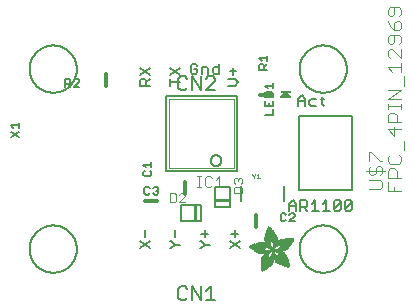
<source format=gbr>
G04 EAGLE Gerber RS-274X export*
G75*
%MOMM*%
%FSLAX34Y34*%
%LPD*%
%INSilkscreen Top*%
%IPPOS*%
%AMOC8*
5,1,8,0,0,1.08239X$1,22.5*%
G01*
%ADD10C,0.177800*%
%ADD11C,0.127000*%
%ADD12C,0.304800*%
%ADD13C,0.152400*%
%ADD14C,0.203200*%
%ADD15C,0.101600*%
%ADD16C,0.050800*%
%ADD17C,0.076200*%
%ADD18R,0.889000X0.190500*%
%ADD19C,0.025400*%
%ADD20R,0.006300X0.050800*%
%ADD21R,0.006400X0.082600*%
%ADD22R,0.006300X0.120600*%
%ADD23R,0.006400X0.139700*%
%ADD24R,0.006300X0.158800*%
%ADD25R,0.006400X0.177800*%
%ADD26R,0.006300X0.196800*%
%ADD27R,0.006400X0.215900*%
%ADD28R,0.006300X0.228600*%
%ADD29R,0.006400X0.241300*%
%ADD30R,0.006300X0.254000*%
%ADD31R,0.006400X0.266700*%
%ADD32R,0.006300X0.279400*%
%ADD33R,0.006400X0.285700*%
%ADD34R,0.006300X0.298400*%
%ADD35R,0.006400X0.311200*%
%ADD36R,0.006300X0.317500*%
%ADD37R,0.006400X0.330200*%
%ADD38R,0.006300X0.336600*%
%ADD39R,0.006400X0.349200*%
%ADD40R,0.006300X0.361900*%
%ADD41R,0.006400X0.368300*%
%ADD42R,0.006300X0.381000*%
%ADD43R,0.006400X0.387300*%
%ADD44R,0.006300X0.393700*%
%ADD45R,0.006400X0.406400*%
%ADD46R,0.006300X0.412700*%
%ADD47R,0.006400X0.419100*%
%ADD48R,0.006300X0.431800*%
%ADD49R,0.006400X0.438100*%
%ADD50R,0.006300X0.450800*%
%ADD51R,0.006400X0.457200*%
%ADD52R,0.006300X0.463500*%
%ADD53R,0.006400X0.476200*%
%ADD54R,0.006300X0.482600*%
%ADD55R,0.006400X0.488900*%
%ADD56R,0.006300X0.501600*%
%ADD57R,0.006400X0.508000*%
%ADD58R,0.006300X0.514300*%
%ADD59R,0.006400X0.527000*%
%ADD60R,0.006300X0.533400*%
%ADD61R,0.006400X0.546100*%
%ADD62R,0.006300X0.552400*%
%ADD63R,0.006400X0.558800*%
%ADD64R,0.006300X0.571500*%
%ADD65R,0.006400X0.577800*%
%ADD66R,0.006300X0.584200*%
%ADD67R,0.006400X0.596900*%
%ADD68R,0.006300X0.603200*%
%ADD69R,0.006400X0.609600*%
%ADD70R,0.006300X0.622300*%
%ADD71R,0.006400X0.628600*%
%ADD72R,0.006300X0.641300*%
%ADD73R,0.006400X0.647700*%
%ADD74R,0.006300X0.063500*%
%ADD75R,0.006300X0.654000*%
%ADD76R,0.006400X0.101600*%
%ADD77R,0.006400X0.666700*%
%ADD78R,0.006300X0.139700*%
%ADD79R,0.006300X0.673100*%
%ADD80R,0.006400X0.165100*%
%ADD81R,0.006400X0.679400*%
%ADD82R,0.006300X0.196900*%
%ADD83R,0.006300X0.692100*%
%ADD84R,0.006400X0.222200*%
%ADD85R,0.006400X0.698500*%
%ADD86R,0.006300X0.247700*%
%ADD87R,0.006300X0.704800*%
%ADD88R,0.006400X0.279400*%
%ADD89R,0.006400X0.717500*%
%ADD90R,0.006300X0.298500*%
%ADD91R,0.006300X0.723900*%
%ADD92R,0.006400X0.736600*%
%ADD93R,0.006300X0.342900*%
%ADD94R,0.006300X0.742900*%
%ADD95R,0.006400X0.374700*%
%ADD96R,0.006400X0.749300*%
%ADD97R,0.006300X0.762000*%
%ADD98R,0.006400X0.412700*%
%ADD99R,0.006400X0.768300*%
%ADD100R,0.006300X0.438100*%
%ADD101R,0.006300X0.774700*%
%ADD102R,0.006400X0.463600*%
%ADD103R,0.006400X0.787400*%
%ADD104R,0.006300X0.793700*%
%ADD105R,0.006400X0.495300*%
%ADD106R,0.006400X0.800100*%
%ADD107R,0.006300X0.520700*%
%ADD108R,0.006300X0.812800*%
%ADD109R,0.006400X0.533400*%
%ADD110R,0.006400X0.819100*%
%ADD111R,0.006300X0.558800*%
%ADD112R,0.006300X0.825500*%
%ADD113R,0.006400X0.577900*%
%ADD114R,0.006400X0.831800*%
%ADD115R,0.006300X0.596900*%
%ADD116R,0.006300X0.844500*%
%ADD117R,0.006400X0.616000*%
%ADD118R,0.006400X0.850900*%
%ADD119R,0.006300X0.635000*%
%ADD120R,0.006300X0.857200*%
%ADD121R,0.006400X0.654100*%
%ADD122R,0.006400X0.863600*%
%ADD123R,0.006300X0.666700*%
%ADD124R,0.006300X0.869900*%
%ADD125R,0.006400X0.685800*%
%ADD126R,0.006400X0.876300*%
%ADD127R,0.006300X0.882600*%
%ADD128R,0.006400X0.723900*%
%ADD129R,0.006400X0.889000*%
%ADD130R,0.006300X0.895300*%
%ADD131R,0.006400X0.755700*%
%ADD132R,0.006400X0.901700*%
%ADD133R,0.006300X0.908000*%
%ADD134R,0.006400X0.793800*%
%ADD135R,0.006400X0.914400*%
%ADD136R,0.006300X0.806400*%
%ADD137R,0.006300X0.920700*%
%ADD138R,0.006400X0.825500*%
%ADD139R,0.006400X0.927100*%
%ADD140R,0.006300X0.933400*%
%ADD141R,0.006400X0.857300*%
%ADD142R,0.006400X0.939800*%
%ADD143R,0.006300X0.870000*%
%ADD144R,0.006300X0.939800*%
%ADD145R,0.006400X0.946100*%
%ADD146R,0.006300X0.952500*%
%ADD147R,0.006400X0.908000*%
%ADD148R,0.006400X0.958800*%
%ADD149R,0.006300X0.965200*%
%ADD150R,0.006400X0.965200*%
%ADD151R,0.006300X0.971500*%
%ADD152R,0.006400X0.952500*%
%ADD153R,0.006400X0.977900*%
%ADD154R,0.006300X0.958800*%
%ADD155R,0.006300X0.984200*%
%ADD156R,0.006400X0.971500*%
%ADD157R,0.006400X0.984200*%
%ADD158R,0.006300X0.990600*%
%ADD159R,0.006400X0.984300*%
%ADD160R,0.006400X0.996900*%
%ADD161R,0.006300X0.997000*%
%ADD162R,0.006300X0.996900*%
%ADD163R,0.006400X1.003300*%
%ADD164R,0.006300X1.016000*%
%ADD165R,0.006300X1.009600*%
%ADD166R,0.006400X1.016000*%
%ADD167R,0.006400X1.009600*%
%ADD168R,0.006300X1.022300*%
%ADD169R,0.006400X1.028700*%
%ADD170R,0.006300X1.035100*%
%ADD171R,0.006400X1.047800*%
%ADD172R,0.006300X1.054100*%
%ADD173R,0.006300X1.028700*%
%ADD174R,0.006400X1.054100*%
%ADD175R,0.006400X1.035000*%
%ADD176R,0.006300X1.060400*%
%ADD177R,0.006300X1.035000*%
%ADD178R,0.006400X1.060500*%
%ADD179R,0.006400X1.041400*%
%ADD180R,0.006300X1.066800*%
%ADD181R,0.006300X1.041400*%
%ADD182R,0.006400X1.079500*%
%ADD183R,0.006400X1.047700*%
%ADD184R,0.006300X1.085900*%
%ADD185R,0.006300X1.047700*%
%ADD186R,0.006400X1.085800*%
%ADD187R,0.006300X1.092200*%
%ADD188R,0.006400X1.085900*%
%ADD189R,0.006300X1.098600*%
%ADD190R,0.006400X1.098600*%
%ADD191R,0.006400X1.060400*%
%ADD192R,0.006300X1.104900*%
%ADD193R,0.006400X1.104900*%
%ADD194R,0.006400X1.066800*%
%ADD195R,0.006300X1.111200*%
%ADD196R,0.006400X1.117600*%
%ADD197R,0.006300X1.117600*%
%ADD198R,0.006300X1.073100*%
%ADD199R,0.006400X1.073100*%
%ADD200R,0.006300X1.124000*%
%ADD201R,0.006300X1.079500*%
%ADD202R,0.006400X1.123900*%
%ADD203R,0.006300X1.130300*%
%ADD204R,0.006400X1.130300*%
%ADD205R,0.006400X1.136700*%
%ADD206R,0.006300X1.136700*%
%ADD207R,0.006300X1.085800*%
%ADD208R,0.006400X1.136600*%
%ADD209R,0.006300X1.136600*%
%ADD210R,0.006400X1.143000*%
%ADD211R,0.006300X1.143000*%
%ADD212R,0.006300X1.149400*%
%ADD213R,0.006300X1.149300*%
%ADD214R,0.006400X1.149300*%
%ADD215R,0.006400X1.149400*%
%ADD216R,0.006400X1.155700*%
%ADD217R,0.006300X1.155700*%
%ADD218R,0.006300X1.060500*%
%ADD219R,0.006400X2.197100*%
%ADD220R,0.006300X2.197100*%
%ADD221R,0.006300X2.184400*%
%ADD222R,0.006400X2.184400*%
%ADD223R,0.006400X2.171700*%
%ADD224R,0.006300X2.171700*%
%ADD225R,0.006400X1.530300*%
%ADD226R,0.006300X1.505000*%
%ADD227R,0.006400X1.492300*%
%ADD228R,0.006300X1.485900*%
%ADD229R,0.006300X0.565200*%
%ADD230R,0.006400X1.473200*%
%ADD231R,0.006400X0.565200*%
%ADD232R,0.006300X1.460500*%
%ADD233R,0.006400X1.454100*%
%ADD234R,0.006400X0.552400*%
%ADD235R,0.006300X1.441500*%
%ADD236R,0.006300X0.546100*%
%ADD237R,0.006400X1.435100*%
%ADD238R,0.006400X0.539800*%
%ADD239R,0.006300X1.428800*%
%ADD240R,0.006400X1.422400*%
%ADD241R,0.006300X1.409700*%
%ADD242R,0.006300X0.527100*%
%ADD243R,0.006400X1.403300*%
%ADD244R,0.006400X0.527100*%
%ADD245R,0.006300X1.390700*%
%ADD246R,0.006400X1.384300*%
%ADD247R,0.006400X0.520700*%
%ADD248R,0.006300X1.384300*%
%ADD249R,0.006300X0.514400*%
%ADD250R,0.006400X1.371600*%
%ADD251R,0.006300X1.365200*%
%ADD252R,0.006300X0.508000*%
%ADD253R,0.006400X1.352600*%
%ADD254R,0.006400X0.501700*%
%ADD255R,0.006300X0.711200*%
%ADD256R,0.006300X0.603300*%
%ADD257R,0.006300X0.501700*%
%ADD258R,0.006400X0.692100*%
%ADD259R,0.006400X0.571500*%
%ADD260R,0.006300X0.679400*%
%ADD261R,0.006300X0.495300*%
%ADD262R,0.006400X0.673100*%
%ADD263R,0.006300X0.666800*%
%ADD264R,0.006300X0.488900*%
%ADD265R,0.006400X0.660400*%
%ADD266R,0.006400X0.482600*%
%ADD267R,0.006300X0.476200*%
%ADD268R,0.006400X0.654000*%
%ADD269R,0.006400X0.469900*%
%ADD270R,0.006400X0.476300*%
%ADD271R,0.006300X0.647700*%
%ADD272R,0.006300X0.457200*%
%ADD273R,0.006300X0.469900*%
%ADD274R,0.006400X0.641300*%
%ADD275R,0.006400X0.444500*%
%ADD276R,0.006300X0.463600*%
%ADD277R,0.006400X0.635000*%
%ADD278R,0.006400X0.463500*%
%ADD279R,0.006400X0.393700*%
%ADD280R,0.006400X0.450800*%
%ADD281R,0.006300X0.628600*%
%ADD282R,0.006300X0.387400*%
%ADD283R,0.006300X0.450900*%
%ADD284R,0.006400X0.628700*%
%ADD285R,0.006400X0.374600*%
%ADD286R,0.006300X0.368300*%
%ADD287R,0.006300X0.438200*%
%ADD288R,0.006400X0.622300*%
%ADD289R,0.006400X0.355600*%
%ADD290R,0.006400X0.431800*%
%ADD291R,0.006300X0.349300*%
%ADD292R,0.006300X0.425400*%
%ADD293R,0.006300X0.615900*%
%ADD294R,0.006300X0.330200*%
%ADD295R,0.006300X0.419100*%
%ADD296R,0.006300X0.616000*%
%ADD297R,0.006300X0.311200*%
%ADD298R,0.006300X0.406400*%
%ADD299R,0.006400X0.615900*%
%ADD300R,0.006400X0.304800*%
%ADD301R,0.006400X0.158800*%
%ADD302R,0.006300X0.609600*%
%ADD303R,0.006300X0.292100*%
%ADD304R,0.006300X0.235000*%
%ADD305R,0.006400X0.387400*%
%ADD306R,0.006400X0.292100*%
%ADD307R,0.006300X0.336500*%
%ADD308R,0.006300X0.260400*%
%ADD309R,0.006400X0.603300*%
%ADD310R,0.006400X0.260400*%
%ADD311R,0.006400X0.362000*%
%ADD312R,0.006400X0.450900*%
%ADD313R,0.006300X0.355600*%
%ADD314R,0.006400X0.342900*%
%ADD315R,0.006400X0.514300*%
%ADD316R,0.006300X0.234900*%
%ADD317R,0.006300X0.539700*%
%ADD318R,0.006400X0.603200*%
%ADD319R,0.006400X0.234900*%
%ADD320R,0.006400X0.920700*%
%ADD321R,0.006400X0.958900*%
%ADD322R,0.006300X0.215900*%
%ADD323R,0.006400X0.209600*%
%ADD324R,0.006300X0.203200*%
%ADD325R,0.006300X1.003300*%
%ADD326R,0.006400X0.203200*%
%ADD327R,0.006400X0.196900*%
%ADD328R,0.006300X0.190500*%
%ADD329R,0.006400X0.190500*%
%ADD330R,0.006300X0.184200*%
%ADD331R,0.006400X0.590500*%
%ADD332R,0.006400X0.184200*%
%ADD333R,0.006300X0.590500*%
%ADD334R,0.006300X0.177800*%
%ADD335R,0.006400X0.584200*%
%ADD336R,0.006400X1.168400*%
%ADD337R,0.006300X0.171500*%
%ADD338R,0.006300X1.187500*%
%ADD339R,0.006400X1.200100*%
%ADD340R,0.006300X0.577800*%
%ADD341R,0.006300X1.212900*%
%ADD342R,0.006400X1.231900*%
%ADD343R,0.006300X1.250900*%
%ADD344R,0.006400X0.565100*%
%ADD345R,0.006400X0.184100*%
%ADD346R,0.006400X1.263700*%
%ADD347R,0.006300X0.565100*%
%ADD348R,0.006300X1.289100*%
%ADD349R,0.006400X1.314400*%
%ADD350R,0.006300X0.552500*%
%ADD351R,0.006300X1.568500*%
%ADD352R,0.006400X0.552500*%
%ADD353R,0.006400X1.581200*%
%ADD354R,0.006300X1.593800*%
%ADD355R,0.006400X1.606500*%
%ADD356R,0.006300X1.619300*%
%ADD357R,0.006400X0.514400*%
%ADD358R,0.006400X1.638300*%
%ADD359R,0.006300X1.657300*%
%ADD360R,0.006400X2.209800*%
%ADD361R,0.006300X2.425700*%
%ADD362R,0.006400X2.470100*%
%ADD363R,0.006300X2.501900*%
%ADD364R,0.006400X2.533700*%
%ADD365R,0.006300X2.559000*%
%ADD366R,0.006400X2.584500*%
%ADD367R,0.006300X2.609900*%
%ADD368R,0.006400X2.628900*%
%ADD369R,0.006300X2.660600*%
%ADD370R,0.006400X2.673400*%
%ADD371R,0.006300X1.422400*%
%ADD372R,0.006300X1.200200*%
%ADD373R,0.006300X1.365300*%
%ADD374R,0.006400X1.365300*%
%ADD375R,0.006300X1.352500*%
%ADD376R,0.006300X1.098500*%
%ADD377R,0.006400X1.358900*%
%ADD378R,0.006300X1.352600*%
%ADD379R,0.006300X1.358900*%
%ADD380R,0.006300X1.371600*%
%ADD381R,0.006400X1.377900*%
%ADD382R,0.006400X1.397000*%
%ADD383R,0.006300X1.403300*%
%ADD384R,0.006300X0.914400*%
%ADD385R,0.006300X0.876300*%
%ADD386R,0.006300X0.374600*%
%ADD387R,0.006400X1.073200*%
%ADD388R,0.006300X0.374700*%
%ADD389R,0.006400X0.844600*%
%ADD390R,0.006300X0.844600*%
%ADD391R,0.006400X0.831900*%
%ADD392R,0.006400X1.092200*%
%ADD393R,0.006300X0.400000*%
%ADD394R,0.006400X0.819200*%
%ADD395R,0.006400X1.111300*%
%ADD396R,0.006400X0.812800*%
%ADD397R,0.006300X0.800100*%
%ADD398R,0.006300X0.476300*%
%ADD399R,0.006300X1.181100*%
%ADD400R,0.006400X0.501600*%
%ADD401R,0.006400X1.193800*%
%ADD402R,0.006400X0.781000*%
%ADD403R,0.006400X1.238200*%
%ADD404R,0.006300X0.781100*%
%ADD405R,0.006300X1.257300*%
%ADD406R,0.006400X1.295400*%
%ADD407R,0.006300X1.333500*%
%ADD408R,0.006400X0.774700*%
%ADD409R,0.006400X1.866900*%
%ADD410R,0.006300X0.209600*%
%ADD411R,0.006300X1.866900*%
%ADD412R,0.006400X0.768400*%
%ADD413R,0.006400X0.209500*%
%ADD414R,0.006400X1.860600*%
%ADD415R,0.006400X0.762000*%
%ADD416R,0.006300X0.768400*%
%ADD417R,0.006300X1.860600*%
%ADD418R,0.006400X1.860500*%
%ADD419R,0.006300X0.222300*%
%ADD420R,0.006300X1.854200*%
%ADD421R,0.006400X0.235000*%
%ADD422R,0.006400X1.854200*%
%ADD423R,0.006300X0.768300*%
%ADD424R,0.006400X0.260300*%
%ADD425R,0.006400X1.847800*%
%ADD426R,0.006300X0.266700*%
%ADD427R,0.006300X1.847800*%
%ADD428R,0.006400X0.273100*%
%ADD429R,0.006400X1.841500*%
%ADD430R,0.006300X0.285800*%
%ADD431R,0.006300X1.841500*%
%ADD432R,0.006400X0.298500*%
%ADD433R,0.006400X1.835100*%
%ADD434R,0.006300X0.781000*%
%ADD435R,0.006300X0.304800*%
%ADD436R,0.006300X1.835100*%
%ADD437R,0.006400X0.317500*%
%ADD438R,0.006400X1.828800*%
%ADD439R,0.006300X0.787400*%
%ADD440R,0.006300X0.323800*%
%ADD441R,0.006300X1.828800*%
%ADD442R,0.006400X0.793700*%
%ADD443R,0.006400X1.822400*%
%ADD444R,0.006300X0.806500*%
%ADD445R,0.006300X1.822400*%
%ADD446R,0.006400X1.816100*%
%ADD447R,0.006300X0.819100*%
%ADD448R,0.006300X0.387300*%
%ADD449R,0.006300X1.816100*%
%ADD450R,0.006400X1.809800*%
%ADD451R,0.006300X1.803400*%
%ADD452R,0.006400X1.797000*%
%ADD453R,0.006300X0.901700*%
%ADD454R,0.006300X1.797000*%
%ADD455R,0.006400X1.441400*%
%ADD456R,0.006400X1.790700*%
%ADD457R,0.006300X1.447800*%
%ADD458R,0.006300X1.784300*%
%ADD459R,0.006400X1.447800*%
%ADD460R,0.006400X1.784300*%
%ADD461R,0.006300X1.454100*%
%ADD462R,0.006300X1.771700*%
%ADD463R,0.006400X1.460500*%
%ADD464R,0.006400X1.759000*%
%ADD465R,0.006300X1.466800*%
%ADD466R,0.006300X1.752600*%
%ADD467R,0.006400X1.466800*%
%ADD468R,0.006400X1.739900*%
%ADD469R,0.006300X1.473200*%
%ADD470R,0.006300X1.727200*%
%ADD471R,0.006400X1.479500*%
%ADD472R,0.006400X1.714500*%
%ADD473R,0.006300X1.695400*%
%ADD474R,0.006400X1.485900*%
%ADD475R,0.006400X1.682700*%
%ADD476R,0.006300X1.492200*%
%ADD477R,0.006300X1.663700*%
%ADD478R,0.006400X1.498600*%
%ADD479R,0.006400X1.644600*%
%ADD480R,0.006300X1.498600*%
%ADD481R,0.006300X1.619200*%
%ADD482R,0.006400X1.511300*%
%ADD483R,0.006400X1.600200*%
%ADD484R,0.006300X1.517700*%
%ADD485R,0.006300X1.574800*%
%ADD486R,0.006400X1.524000*%
%ADD487R,0.006400X1.555800*%
%ADD488R,0.006300X1.524000*%
%ADD489R,0.006300X1.536700*%
%ADD490R,0.006400X1.530400*%
%ADD491R,0.006400X1.517700*%
%ADD492R,0.006300X1.492300*%
%ADD493R,0.006400X1.549400*%
%ADD494R,0.006400X1.479600*%
%ADD495R,0.006300X1.549400*%
%ADD496R,0.006400X1.555700*%
%ADD497R,0.006300X1.562100*%
%ADD498R,0.006300X0.323900*%
%ADD499R,0.006400X1.568400*%
%ADD500R,0.006400X0.336600*%
%ADD501R,0.006300X1.587500*%
%ADD502R,0.006300X0.971600*%
%ADD503R,0.006400X0.349300*%
%ADD504R,0.006300X1.600200*%
%ADD505R,0.006300X0.920800*%
%ADD506R,0.006400X0.882700*%
%ADD507R,0.006300X1.612900*%
%ADD508R,0.006300X0.362000*%
%ADD509R,0.006400X1.625600*%
%ADD510R,0.006300X1.625600*%
%ADD511R,0.006300X1.644600*%
%ADD512R,0.006300X0.736600*%
%ADD513R,0.006400X0.717600*%
%ADD514R,0.006300X1.657400*%
%ADD515R,0.006300X0.679500*%
%ADD516R,0.006400X1.663700*%
%ADD517R,0.006400X0.400000*%
%ADD518R,0.006300X1.676400*%
%ADD519R,0.006400X1.676400*%
%ADD520R,0.006400X0.425500*%
%ADD521R,0.006400X1.352500*%
%ADD522R,0.006300X0.444500*%
%ADD523R,0.006400X0.361900*%
%ADD524R,0.006300X0.088900*%
%ADD525R,0.006300X1.009700*%
%ADD526R,0.006400X1.009700*%
%ADD527R,0.006400X1.022300*%
%ADD528R,0.006400X1.346200*%
%ADD529R,0.006300X1.346200*%
%ADD530R,0.006400X1.339900*%
%ADD531R,0.006400X1.035100*%
%ADD532R,0.006300X1.339800*%
%ADD533R,0.006400X1.333500*%
%ADD534R,0.006400X1.327200*%
%ADD535R,0.006300X1.320800*%
%ADD536R,0.006400X1.314500*%
%ADD537R,0.006300X1.314400*%
%ADD538R,0.006400X1.301700*%
%ADD539R,0.006300X1.295400*%
%ADD540R,0.006400X1.289000*%
%ADD541R,0.006300X1.276300*%
%ADD542R,0.006300X1.251000*%
%ADD543R,0.006400X1.244600*%
%ADD544R,0.006300X1.231900*%
%ADD545R,0.006400X1.212800*%
%ADD546R,0.006300X1.200100*%
%ADD547R,0.006400X1.187400*%
%ADD548R,0.006300X1.168400*%
%ADD549R,0.006300X1.047800*%
%ADD550R,0.006300X0.977900*%
%ADD551R,0.006400X0.946200*%
%ADD552R,0.006400X0.933400*%
%ADD553R,0.006400X0.895300*%
%ADD554R,0.006300X0.882700*%
%ADD555R,0.006300X0.863600*%
%ADD556R,0.006400X0.857200*%
%ADD557R,0.006300X0.850900*%
%ADD558R,0.006300X0.838200*%
%ADD559R,0.006400X0.806500*%
%ADD560R,0.006300X0.717600*%
%ADD561R,0.006400X0.711200*%
%ADD562R,0.006400X0.641400*%
%ADD563R,0.006300X0.641400*%
%ADD564R,0.006300X0.628700*%
%ADD565R,0.006300X0.590600*%
%ADD566R,0.006400X0.539700*%
%ADD567R,0.006300X0.285700*%
%ADD568R,0.006300X0.222200*%
%ADD569R,0.006300X0.171400*%
%ADD570R,0.006400X0.152400*%
%ADD571R,0.006300X0.133400*%

G36*
X168928Y138942D02*
X168928Y138942D01*
X168945Y138940D01*
X169049Y138961D01*
X169153Y138979D01*
X169168Y138987D01*
X169186Y138991D01*
X169277Y139044D01*
X169370Y139094D01*
X169382Y139106D01*
X169398Y139116D01*
X169467Y139195D01*
X169540Y139272D01*
X169547Y139288D01*
X169559Y139302D01*
X169599Y139399D01*
X169643Y139495D01*
X169645Y139513D01*
X169652Y139529D01*
X169659Y139635D01*
X169670Y139739D01*
X169666Y139757D01*
X169668Y139775D01*
X169640Y139877D01*
X169618Y139980D01*
X169609Y139995D01*
X169604Y140012D01*
X169519Y140157D01*
X165709Y145237D01*
X165706Y145240D01*
X165704Y145244D01*
X165617Y145325D01*
X165532Y145407D01*
X165528Y145409D01*
X165525Y145412D01*
X165416Y145462D01*
X165309Y145512D01*
X165305Y145512D01*
X165301Y145514D01*
X165183Y145527D01*
X165065Y145540D01*
X165061Y145540D01*
X165056Y145540D01*
X164940Y145514D01*
X164824Y145490D01*
X164820Y145487D01*
X164816Y145486D01*
X164714Y145425D01*
X164612Y145365D01*
X164609Y145361D01*
X164606Y145359D01*
X164491Y145237D01*
X160681Y140157D01*
X160673Y140141D01*
X160661Y140128D01*
X160616Y140032D01*
X160567Y139939D01*
X160564Y139921D01*
X160557Y139905D01*
X160545Y139800D01*
X160529Y139696D01*
X160532Y139678D01*
X160530Y139661D01*
X160552Y139558D01*
X160570Y139453D01*
X160578Y139438D01*
X160582Y139420D01*
X160636Y139330D01*
X160686Y139237D01*
X160699Y139224D01*
X160708Y139209D01*
X160788Y139140D01*
X160865Y139068D01*
X160882Y139061D01*
X160895Y139049D01*
X160993Y139010D01*
X161089Y138966D01*
X161107Y138964D01*
X161123Y138957D01*
X161290Y138939D01*
X168910Y138939D01*
X168928Y138942D01*
G37*
D10*
X66922Y12319D02*
X68320Y12319D01*
X71116Y15115D01*
X68320Y17912D01*
X66922Y17912D01*
X71116Y15115D02*
X75311Y15115D01*
X71116Y21674D02*
X71116Y27267D01*
X117722Y12319D02*
X126111Y17912D01*
X126111Y12319D02*
X117722Y17912D01*
X121916Y21674D02*
X121916Y27267D01*
X119120Y24471D02*
X124713Y24471D01*
X93720Y12319D02*
X92322Y12319D01*
X93720Y12319D02*
X96516Y15115D01*
X93720Y17912D01*
X92322Y17912D01*
X96516Y15115D02*
X100711Y15115D01*
X96516Y21674D02*
X96516Y27267D01*
X93720Y24471D02*
X99313Y24471D01*
X49911Y17912D02*
X41522Y12319D01*
X41522Y17912D02*
X49911Y12319D01*
X45716Y21674D02*
X45716Y27267D01*
X49911Y149819D02*
X41522Y149819D01*
X41522Y154013D01*
X42920Y155411D01*
X45716Y155411D01*
X47115Y154013D01*
X47115Y149819D01*
X47115Y152615D02*
X49911Y155411D01*
X41522Y159174D02*
X49911Y164767D01*
X49911Y159174D02*
X41522Y164767D01*
X66922Y152615D02*
X75311Y152615D01*
X66922Y149819D02*
X66922Y155411D01*
X66922Y159174D02*
X75311Y164767D01*
X75311Y159174D02*
X66922Y164767D01*
X88904Y168028D02*
X90302Y166630D01*
X88904Y168028D02*
X86107Y168028D01*
X84709Y166630D01*
X84709Y161037D01*
X86107Y159639D01*
X88904Y159639D01*
X90302Y161037D01*
X90302Y163834D01*
X87505Y163834D01*
X94064Y165232D02*
X94064Y159639D01*
X94064Y165232D02*
X98259Y165232D01*
X99657Y163834D01*
X99657Y159639D01*
X109012Y159639D02*
X109012Y168028D01*
X109012Y159639D02*
X104818Y159639D01*
X103419Y161037D01*
X103419Y163834D01*
X104818Y165232D01*
X109012Y165232D01*
X116452Y149819D02*
X122045Y149819D01*
X124841Y152615D01*
X122045Y155411D01*
X116452Y155411D01*
X120646Y159174D02*
X120646Y164767D01*
X117850Y161970D02*
X123443Y161970D01*
D11*
X168275Y49747D02*
X168275Y43815D01*
X168275Y49747D02*
X171241Y52713D01*
X174207Y49747D01*
X174207Y43815D01*
X174207Y48264D02*
X168275Y48264D01*
X177630Y43815D02*
X177630Y52713D01*
X182079Y52713D01*
X183562Y51230D01*
X183562Y48264D01*
X182079Y46781D01*
X177630Y46781D01*
X180596Y46781D02*
X183562Y43815D01*
X186985Y49747D02*
X189951Y52713D01*
X189951Y43815D01*
X186985Y43815D02*
X192917Y43815D01*
X196341Y49747D02*
X199306Y52713D01*
X199306Y43815D01*
X196341Y43815D02*
X202272Y43815D01*
X205696Y45298D02*
X205696Y51230D01*
X207179Y52713D01*
X210145Y52713D01*
X211627Y51230D01*
X211627Y45298D01*
X210145Y43815D01*
X207179Y43815D01*
X205696Y45298D01*
X211627Y51230D01*
X215051Y51230D02*
X215051Y45298D01*
X215051Y51230D02*
X216534Y52713D01*
X219500Y52713D01*
X220983Y51230D01*
X220983Y45298D01*
X219500Y43815D01*
X216534Y43815D01*
X215051Y45298D01*
X220983Y51230D01*
X175895Y132715D02*
X175895Y138647D01*
X178861Y141613D01*
X181827Y138647D01*
X181827Y132715D01*
X181827Y137164D02*
X175895Y137164D01*
X186733Y138647D02*
X191182Y138647D01*
X186733Y138647D02*
X185250Y137164D01*
X185250Y134198D01*
X186733Y132715D01*
X191182Y132715D01*
X196088Y134198D02*
X196088Y140130D01*
X196088Y134198D02*
X197571Y132715D01*
X197571Y138647D02*
X194605Y138647D01*
D12*
X55880Y52070D02*
X45720Y52070D01*
D13*
X44698Y76457D02*
X45800Y77558D01*
X44698Y76457D02*
X44698Y74254D01*
X45800Y73152D01*
X50206Y73152D01*
X51308Y74254D01*
X51308Y76457D01*
X50206Y77558D01*
X46902Y80636D02*
X44698Y82839D01*
X51308Y82839D01*
X51308Y80636D02*
X51308Y85043D01*
D14*
X-51750Y163830D02*
X-51744Y164321D01*
X-51726Y164811D01*
X-51696Y165301D01*
X-51654Y165790D01*
X-51600Y166278D01*
X-51534Y166765D01*
X-51456Y167249D01*
X-51366Y167732D01*
X-51264Y168212D01*
X-51151Y168690D01*
X-51026Y169164D01*
X-50889Y169636D01*
X-50741Y170104D01*
X-50581Y170568D01*
X-50410Y171028D01*
X-50228Y171484D01*
X-50034Y171935D01*
X-49830Y172381D01*
X-49614Y172822D01*
X-49388Y173258D01*
X-49152Y173688D01*
X-48905Y174112D01*
X-48647Y174530D01*
X-48379Y174941D01*
X-48102Y175346D01*
X-47814Y175744D01*
X-47517Y176135D01*
X-47210Y176518D01*
X-46894Y176893D01*
X-46569Y177261D01*
X-46235Y177621D01*
X-45892Y177972D01*
X-45541Y178315D01*
X-45181Y178649D01*
X-44813Y178974D01*
X-44438Y179290D01*
X-44055Y179597D01*
X-43664Y179894D01*
X-43266Y180182D01*
X-42861Y180459D01*
X-42450Y180727D01*
X-42032Y180985D01*
X-41608Y181232D01*
X-41178Y181468D01*
X-40742Y181694D01*
X-40301Y181910D01*
X-39855Y182114D01*
X-39404Y182308D01*
X-38948Y182490D01*
X-38488Y182661D01*
X-38024Y182821D01*
X-37556Y182969D01*
X-37084Y183106D01*
X-36610Y183231D01*
X-36132Y183344D01*
X-35652Y183446D01*
X-35169Y183536D01*
X-34685Y183614D01*
X-34198Y183680D01*
X-33710Y183734D01*
X-33221Y183776D01*
X-32731Y183806D01*
X-32241Y183824D01*
X-31750Y183830D01*
X-31259Y183824D01*
X-30769Y183806D01*
X-30279Y183776D01*
X-29790Y183734D01*
X-29302Y183680D01*
X-28815Y183614D01*
X-28331Y183536D01*
X-27848Y183446D01*
X-27368Y183344D01*
X-26890Y183231D01*
X-26416Y183106D01*
X-25944Y182969D01*
X-25476Y182821D01*
X-25012Y182661D01*
X-24552Y182490D01*
X-24096Y182308D01*
X-23645Y182114D01*
X-23199Y181910D01*
X-22758Y181694D01*
X-22322Y181468D01*
X-21892Y181232D01*
X-21468Y180985D01*
X-21050Y180727D01*
X-20639Y180459D01*
X-20234Y180182D01*
X-19836Y179894D01*
X-19445Y179597D01*
X-19062Y179290D01*
X-18687Y178974D01*
X-18319Y178649D01*
X-17959Y178315D01*
X-17608Y177972D01*
X-17265Y177621D01*
X-16931Y177261D01*
X-16606Y176893D01*
X-16290Y176518D01*
X-15983Y176135D01*
X-15686Y175744D01*
X-15398Y175346D01*
X-15121Y174941D01*
X-14853Y174530D01*
X-14595Y174112D01*
X-14348Y173688D01*
X-14112Y173258D01*
X-13886Y172822D01*
X-13670Y172381D01*
X-13466Y171935D01*
X-13272Y171484D01*
X-13090Y171028D01*
X-12919Y170568D01*
X-12759Y170104D01*
X-12611Y169636D01*
X-12474Y169164D01*
X-12349Y168690D01*
X-12236Y168212D01*
X-12134Y167732D01*
X-12044Y167249D01*
X-11966Y166765D01*
X-11900Y166278D01*
X-11846Y165790D01*
X-11804Y165301D01*
X-11774Y164811D01*
X-11756Y164321D01*
X-11750Y163830D01*
X-11756Y163339D01*
X-11774Y162849D01*
X-11804Y162359D01*
X-11846Y161870D01*
X-11900Y161382D01*
X-11966Y160895D01*
X-12044Y160411D01*
X-12134Y159928D01*
X-12236Y159448D01*
X-12349Y158970D01*
X-12474Y158496D01*
X-12611Y158024D01*
X-12759Y157556D01*
X-12919Y157092D01*
X-13090Y156632D01*
X-13272Y156176D01*
X-13466Y155725D01*
X-13670Y155279D01*
X-13886Y154838D01*
X-14112Y154402D01*
X-14348Y153972D01*
X-14595Y153548D01*
X-14853Y153130D01*
X-15121Y152719D01*
X-15398Y152314D01*
X-15686Y151916D01*
X-15983Y151525D01*
X-16290Y151142D01*
X-16606Y150767D01*
X-16931Y150399D01*
X-17265Y150039D01*
X-17608Y149688D01*
X-17959Y149345D01*
X-18319Y149011D01*
X-18687Y148686D01*
X-19062Y148370D01*
X-19445Y148063D01*
X-19836Y147766D01*
X-20234Y147478D01*
X-20639Y147201D01*
X-21050Y146933D01*
X-21468Y146675D01*
X-21892Y146428D01*
X-22322Y146192D01*
X-22758Y145966D01*
X-23199Y145750D01*
X-23645Y145546D01*
X-24096Y145352D01*
X-24552Y145170D01*
X-25012Y144999D01*
X-25476Y144839D01*
X-25944Y144691D01*
X-26416Y144554D01*
X-26890Y144429D01*
X-27368Y144316D01*
X-27848Y144214D01*
X-28331Y144124D01*
X-28815Y144046D01*
X-29302Y143980D01*
X-29790Y143926D01*
X-30279Y143884D01*
X-30769Y143854D01*
X-31259Y143836D01*
X-31750Y143830D01*
X-32241Y143836D01*
X-32731Y143854D01*
X-33221Y143884D01*
X-33710Y143926D01*
X-34198Y143980D01*
X-34685Y144046D01*
X-35169Y144124D01*
X-35652Y144214D01*
X-36132Y144316D01*
X-36610Y144429D01*
X-37084Y144554D01*
X-37556Y144691D01*
X-38024Y144839D01*
X-38488Y144999D01*
X-38948Y145170D01*
X-39404Y145352D01*
X-39855Y145546D01*
X-40301Y145750D01*
X-40742Y145966D01*
X-41178Y146192D01*
X-41608Y146428D01*
X-42032Y146675D01*
X-42450Y146933D01*
X-42861Y147201D01*
X-43266Y147478D01*
X-43664Y147766D01*
X-44055Y148063D01*
X-44438Y148370D01*
X-44813Y148686D01*
X-45181Y149011D01*
X-45541Y149345D01*
X-45892Y149688D01*
X-46235Y150039D01*
X-46569Y150399D01*
X-46894Y150767D01*
X-47210Y151142D01*
X-47517Y151525D01*
X-47814Y151916D01*
X-48102Y152314D01*
X-48379Y152719D01*
X-48647Y153130D01*
X-48905Y153548D01*
X-49152Y153972D01*
X-49388Y154402D01*
X-49614Y154838D01*
X-49830Y155279D01*
X-50034Y155725D01*
X-50228Y156176D01*
X-50410Y156632D01*
X-50581Y157092D01*
X-50741Y157556D01*
X-50889Y158024D01*
X-51026Y158496D01*
X-51151Y158970D01*
X-51264Y159448D01*
X-51366Y159928D01*
X-51456Y160411D01*
X-51534Y160895D01*
X-51600Y161382D01*
X-51654Y161870D01*
X-51696Y162359D01*
X-51726Y162849D01*
X-51744Y163339D01*
X-51750Y163830D01*
X176850Y163830D02*
X176856Y164321D01*
X176874Y164811D01*
X176904Y165301D01*
X176946Y165790D01*
X177000Y166278D01*
X177066Y166765D01*
X177144Y167249D01*
X177234Y167732D01*
X177336Y168212D01*
X177449Y168690D01*
X177574Y169164D01*
X177711Y169636D01*
X177859Y170104D01*
X178019Y170568D01*
X178190Y171028D01*
X178372Y171484D01*
X178566Y171935D01*
X178770Y172381D01*
X178986Y172822D01*
X179212Y173258D01*
X179448Y173688D01*
X179695Y174112D01*
X179953Y174530D01*
X180221Y174941D01*
X180498Y175346D01*
X180786Y175744D01*
X181083Y176135D01*
X181390Y176518D01*
X181706Y176893D01*
X182031Y177261D01*
X182365Y177621D01*
X182708Y177972D01*
X183059Y178315D01*
X183419Y178649D01*
X183787Y178974D01*
X184162Y179290D01*
X184545Y179597D01*
X184936Y179894D01*
X185334Y180182D01*
X185739Y180459D01*
X186150Y180727D01*
X186568Y180985D01*
X186992Y181232D01*
X187422Y181468D01*
X187858Y181694D01*
X188299Y181910D01*
X188745Y182114D01*
X189196Y182308D01*
X189652Y182490D01*
X190112Y182661D01*
X190576Y182821D01*
X191044Y182969D01*
X191516Y183106D01*
X191990Y183231D01*
X192468Y183344D01*
X192948Y183446D01*
X193431Y183536D01*
X193915Y183614D01*
X194402Y183680D01*
X194890Y183734D01*
X195379Y183776D01*
X195869Y183806D01*
X196359Y183824D01*
X196850Y183830D01*
X197341Y183824D01*
X197831Y183806D01*
X198321Y183776D01*
X198810Y183734D01*
X199298Y183680D01*
X199785Y183614D01*
X200269Y183536D01*
X200752Y183446D01*
X201232Y183344D01*
X201710Y183231D01*
X202184Y183106D01*
X202656Y182969D01*
X203124Y182821D01*
X203588Y182661D01*
X204048Y182490D01*
X204504Y182308D01*
X204955Y182114D01*
X205401Y181910D01*
X205842Y181694D01*
X206278Y181468D01*
X206708Y181232D01*
X207132Y180985D01*
X207550Y180727D01*
X207961Y180459D01*
X208366Y180182D01*
X208764Y179894D01*
X209155Y179597D01*
X209538Y179290D01*
X209913Y178974D01*
X210281Y178649D01*
X210641Y178315D01*
X210992Y177972D01*
X211335Y177621D01*
X211669Y177261D01*
X211994Y176893D01*
X212310Y176518D01*
X212617Y176135D01*
X212914Y175744D01*
X213202Y175346D01*
X213479Y174941D01*
X213747Y174530D01*
X214005Y174112D01*
X214252Y173688D01*
X214488Y173258D01*
X214714Y172822D01*
X214930Y172381D01*
X215134Y171935D01*
X215328Y171484D01*
X215510Y171028D01*
X215681Y170568D01*
X215841Y170104D01*
X215989Y169636D01*
X216126Y169164D01*
X216251Y168690D01*
X216364Y168212D01*
X216466Y167732D01*
X216556Y167249D01*
X216634Y166765D01*
X216700Y166278D01*
X216754Y165790D01*
X216796Y165301D01*
X216826Y164811D01*
X216844Y164321D01*
X216850Y163830D01*
X216844Y163339D01*
X216826Y162849D01*
X216796Y162359D01*
X216754Y161870D01*
X216700Y161382D01*
X216634Y160895D01*
X216556Y160411D01*
X216466Y159928D01*
X216364Y159448D01*
X216251Y158970D01*
X216126Y158496D01*
X215989Y158024D01*
X215841Y157556D01*
X215681Y157092D01*
X215510Y156632D01*
X215328Y156176D01*
X215134Y155725D01*
X214930Y155279D01*
X214714Y154838D01*
X214488Y154402D01*
X214252Y153972D01*
X214005Y153548D01*
X213747Y153130D01*
X213479Y152719D01*
X213202Y152314D01*
X212914Y151916D01*
X212617Y151525D01*
X212310Y151142D01*
X211994Y150767D01*
X211669Y150399D01*
X211335Y150039D01*
X210992Y149688D01*
X210641Y149345D01*
X210281Y149011D01*
X209913Y148686D01*
X209538Y148370D01*
X209155Y148063D01*
X208764Y147766D01*
X208366Y147478D01*
X207961Y147201D01*
X207550Y146933D01*
X207132Y146675D01*
X206708Y146428D01*
X206278Y146192D01*
X205842Y145966D01*
X205401Y145750D01*
X204955Y145546D01*
X204504Y145352D01*
X204048Y145170D01*
X203588Y144999D01*
X203124Y144839D01*
X202656Y144691D01*
X202184Y144554D01*
X201710Y144429D01*
X201232Y144316D01*
X200752Y144214D01*
X200269Y144124D01*
X199785Y144046D01*
X199298Y143980D01*
X198810Y143926D01*
X198321Y143884D01*
X197831Y143854D01*
X197341Y143836D01*
X196850Y143830D01*
X196359Y143836D01*
X195869Y143854D01*
X195379Y143884D01*
X194890Y143926D01*
X194402Y143980D01*
X193915Y144046D01*
X193431Y144124D01*
X192948Y144214D01*
X192468Y144316D01*
X191990Y144429D01*
X191516Y144554D01*
X191044Y144691D01*
X190576Y144839D01*
X190112Y144999D01*
X189652Y145170D01*
X189196Y145352D01*
X188745Y145546D01*
X188299Y145750D01*
X187858Y145966D01*
X187422Y146192D01*
X186992Y146428D01*
X186568Y146675D01*
X186150Y146933D01*
X185739Y147201D01*
X185334Y147478D01*
X184936Y147766D01*
X184545Y148063D01*
X184162Y148370D01*
X183787Y148686D01*
X183419Y149011D01*
X183059Y149345D01*
X182708Y149688D01*
X182365Y150039D01*
X182031Y150399D01*
X181706Y150767D01*
X181390Y151142D01*
X181083Y151525D01*
X180786Y151916D01*
X180498Y152314D01*
X180221Y152719D01*
X179953Y153130D01*
X179695Y153548D01*
X179448Y153972D01*
X179212Y154402D01*
X178986Y154838D01*
X178770Y155279D01*
X178566Y155725D01*
X178372Y156176D01*
X178190Y156632D01*
X178019Y157092D01*
X177859Y157556D01*
X177711Y158024D01*
X177574Y158496D01*
X177449Y158970D01*
X177336Y159448D01*
X177234Y159928D01*
X177144Y160411D01*
X177066Y160895D01*
X177000Y161382D01*
X176946Y161870D01*
X176904Y162359D01*
X176874Y162849D01*
X176856Y163339D01*
X176850Y163830D01*
D12*
X139700Y40640D02*
X139700Y30480D01*
D13*
X164087Y41662D02*
X165188Y40560D01*
X164087Y41662D02*
X161884Y41662D01*
X160782Y40560D01*
X160782Y36154D01*
X161884Y35052D01*
X164087Y35052D01*
X165188Y36154D01*
X168266Y35052D02*
X172673Y35052D01*
X172673Y39458D02*
X168266Y35052D01*
X172673Y39458D02*
X172673Y40560D01*
X171571Y41662D01*
X169368Y41662D01*
X168266Y40560D01*
D11*
X176530Y61710D02*
X176530Y123710D01*
X221530Y123710D01*
X221530Y61710D01*
X176530Y61710D01*
D15*
X235328Y62218D02*
X245073Y62218D01*
X247022Y64167D01*
X247022Y68065D01*
X245073Y70014D01*
X235328Y70014D01*
X245073Y73912D02*
X247022Y75861D01*
X247022Y79759D01*
X245073Y81708D01*
X243124Y81708D01*
X241175Y79759D01*
X241175Y75861D01*
X239226Y73912D01*
X237277Y73912D01*
X235328Y75861D01*
X235328Y79759D01*
X237277Y81708D01*
X233379Y77810D02*
X248971Y77810D01*
X235328Y85606D02*
X235328Y93402D01*
X237277Y93402D01*
X245073Y85606D01*
X247022Y85606D01*
X251328Y60218D02*
X263022Y60218D01*
X251328Y60218D02*
X251328Y68014D01*
X257175Y64116D02*
X257175Y60218D01*
X263022Y71912D02*
X251328Y71912D01*
X251328Y77759D01*
X253277Y79708D01*
X257175Y79708D01*
X259124Y77759D01*
X259124Y71912D01*
X251328Y89453D02*
X253277Y91402D01*
X251328Y89453D02*
X251328Y85555D01*
X253277Y83606D01*
X261073Y83606D01*
X263022Y85555D01*
X263022Y89453D01*
X261073Y91402D01*
X264971Y95300D02*
X264971Y103096D01*
X263022Y112841D02*
X251328Y112841D01*
X257175Y106994D01*
X257175Y114790D01*
X263022Y118688D02*
X251328Y118688D01*
X251328Y124535D01*
X253277Y126484D01*
X257175Y126484D01*
X259124Y124535D01*
X259124Y118688D01*
X263022Y130382D02*
X263022Y134280D01*
X263022Y132331D02*
X251328Y132331D01*
X251328Y130382D02*
X251328Y134280D01*
X251328Y138178D02*
X263022Y138178D01*
X263022Y145974D02*
X251328Y138178D01*
X251328Y145974D02*
X263022Y145974D01*
X264971Y149872D02*
X264971Y157668D01*
X255226Y161566D02*
X251328Y165464D01*
X263022Y165464D01*
X263022Y161566D02*
X263022Y169362D01*
X263022Y173260D02*
X263022Y181056D01*
X263022Y173260D02*
X255226Y181056D01*
X253277Y181056D01*
X251328Y179107D01*
X251328Y175209D01*
X253277Y173260D01*
X261073Y184954D02*
X263022Y186903D01*
X263022Y190801D01*
X261073Y192750D01*
X253277Y192750D01*
X251328Y190801D01*
X251328Y186903D01*
X253277Y184954D01*
X255226Y184954D01*
X257175Y186903D01*
X257175Y192750D01*
X253277Y200546D02*
X251328Y204444D01*
X253277Y200546D02*
X257175Y196648D01*
X261073Y196648D01*
X263022Y198597D01*
X263022Y202495D01*
X261073Y204444D01*
X259124Y204444D01*
X257175Y202495D01*
X257175Y196648D01*
X261073Y208342D02*
X263022Y210291D01*
X263022Y214189D01*
X261073Y216138D01*
X253277Y216138D01*
X251328Y214189D01*
X251328Y210291D01*
X253277Y208342D01*
X255226Y208342D01*
X257175Y210291D01*
X257175Y216138D01*
D13*
X123808Y140866D02*
X123808Y77574D01*
X123808Y140866D02*
X64152Y140866D01*
X64152Y77574D01*
X123808Y77574D01*
D16*
X121522Y79860D02*
X121522Y138580D01*
X66438Y138580D01*
X66438Y79860D01*
X121522Y79860D01*
D13*
X101600Y86464D02*
X101602Y86599D01*
X101608Y86734D01*
X101618Y86868D01*
X101632Y87002D01*
X101650Y87136D01*
X101671Y87269D01*
X101697Y87401D01*
X101727Y87533D01*
X101760Y87664D01*
X101797Y87793D01*
X101839Y87922D01*
X101883Y88049D01*
X101932Y88175D01*
X101984Y88299D01*
X102040Y88422D01*
X102100Y88543D01*
X102163Y88662D01*
X102229Y88779D01*
X102299Y88894D01*
X102373Y89008D01*
X102450Y89119D01*
X102529Y89227D01*
X102613Y89333D01*
X102699Y89437D01*
X102788Y89538D01*
X102880Y89637D01*
X102975Y89732D01*
X103073Y89825D01*
X103173Y89915D01*
X103276Y90002D01*
X103382Y90086D01*
X103490Y90167D01*
X103600Y90244D01*
X103713Y90318D01*
X103828Y90389D01*
X103945Y90457D01*
X104063Y90521D01*
X104184Y90581D01*
X104306Y90638D01*
X104430Y90691D01*
X104556Y90741D01*
X104682Y90787D01*
X104811Y90829D01*
X104940Y90867D01*
X105070Y90901D01*
X105202Y90932D01*
X105334Y90959D01*
X105467Y90981D01*
X105600Y91000D01*
X105734Y91015D01*
X105869Y91026D01*
X106003Y91033D01*
X106138Y91036D01*
X106273Y91035D01*
X106408Y91030D01*
X106542Y91021D01*
X106677Y91008D01*
X106811Y90991D01*
X106944Y90970D01*
X107076Y90946D01*
X107208Y90917D01*
X107339Y90885D01*
X107469Y90848D01*
X107598Y90808D01*
X107725Y90764D01*
X107851Y90716D01*
X107976Y90665D01*
X108099Y90610D01*
X108221Y90551D01*
X108340Y90489D01*
X108458Y90423D01*
X108574Y90354D01*
X108687Y90282D01*
X108799Y90206D01*
X108908Y90127D01*
X109015Y90045D01*
X109119Y89959D01*
X109221Y89871D01*
X109320Y89779D01*
X109417Y89685D01*
X109510Y89588D01*
X109601Y89488D01*
X109689Y89386D01*
X109773Y89281D01*
X109855Y89173D01*
X109933Y89063D01*
X110008Y88951D01*
X110080Y88837D01*
X110148Y88721D01*
X110213Y88602D01*
X110274Y88482D01*
X110332Y88360D01*
X110386Y88237D01*
X110437Y88112D01*
X110483Y87985D01*
X110526Y87858D01*
X110566Y87729D01*
X110601Y87598D01*
X110633Y87467D01*
X110660Y87335D01*
X110684Y87203D01*
X110704Y87069D01*
X110720Y86935D01*
X110732Y86801D01*
X110740Y86666D01*
X110744Y86531D01*
X110744Y86397D01*
X110740Y86262D01*
X110732Y86127D01*
X110720Y85993D01*
X110704Y85859D01*
X110684Y85725D01*
X110660Y85593D01*
X110633Y85461D01*
X110601Y85330D01*
X110566Y85199D01*
X110526Y85070D01*
X110483Y84943D01*
X110437Y84816D01*
X110386Y84691D01*
X110332Y84568D01*
X110274Y84446D01*
X110213Y84326D01*
X110148Y84207D01*
X110080Y84091D01*
X110008Y83977D01*
X109933Y83865D01*
X109855Y83755D01*
X109773Y83647D01*
X109689Y83542D01*
X109601Y83440D01*
X109510Y83340D01*
X109417Y83243D01*
X109320Y83149D01*
X109221Y83057D01*
X109119Y82969D01*
X109015Y82883D01*
X108908Y82801D01*
X108799Y82722D01*
X108687Y82646D01*
X108574Y82574D01*
X108458Y82505D01*
X108340Y82439D01*
X108221Y82377D01*
X108099Y82318D01*
X107976Y82263D01*
X107851Y82212D01*
X107725Y82164D01*
X107598Y82120D01*
X107469Y82080D01*
X107339Y82043D01*
X107208Y82011D01*
X107076Y81982D01*
X106944Y81958D01*
X106811Y81937D01*
X106677Y81920D01*
X106542Y81907D01*
X106408Y81898D01*
X106273Y81893D01*
X106138Y81892D01*
X106003Y81895D01*
X105869Y81902D01*
X105734Y81913D01*
X105600Y81928D01*
X105467Y81947D01*
X105334Y81969D01*
X105202Y81996D01*
X105070Y82027D01*
X104940Y82061D01*
X104811Y82099D01*
X104682Y82141D01*
X104556Y82187D01*
X104430Y82237D01*
X104306Y82290D01*
X104184Y82347D01*
X104063Y82407D01*
X103945Y82471D01*
X103828Y82539D01*
X103713Y82610D01*
X103600Y82684D01*
X103490Y82761D01*
X103382Y82842D01*
X103276Y82926D01*
X103173Y83013D01*
X103073Y83103D01*
X102975Y83196D01*
X102880Y83291D01*
X102788Y83390D01*
X102699Y83491D01*
X102613Y83595D01*
X102529Y83701D01*
X102450Y83809D01*
X102373Y83920D01*
X102299Y84034D01*
X102229Y84149D01*
X102163Y84266D01*
X102100Y84385D01*
X102040Y84506D01*
X101984Y84629D01*
X101932Y84753D01*
X101883Y84879D01*
X101839Y85006D01*
X101797Y85135D01*
X101760Y85264D01*
X101727Y85395D01*
X101697Y85527D01*
X101671Y85659D01*
X101650Y85792D01*
X101632Y85926D01*
X101618Y86060D01*
X101608Y86194D01*
X101602Y86329D01*
X101600Y86464D01*
D15*
X93419Y64112D02*
X90369Y64112D01*
X91894Y64112D02*
X91894Y73264D01*
X90369Y73264D02*
X93419Y73264D01*
X101182Y73264D02*
X102707Y71739D01*
X101182Y73264D02*
X98131Y73264D01*
X96606Y71739D01*
X96606Y65637D01*
X98131Y64112D01*
X101182Y64112D01*
X102707Y65637D01*
X105961Y70213D02*
X109011Y73264D01*
X109011Y64112D01*
X105961Y64112D02*
X112062Y64112D01*
D13*
X-61054Y110930D02*
X-67664Y106524D01*
X-67664Y110930D02*
X-61054Y106524D01*
X-65460Y114008D02*
X-67664Y116211D01*
X-61054Y116211D01*
X-61054Y114008D02*
X-61054Y118414D01*
D11*
X76590Y48410D02*
X93590Y48410D01*
X93590Y35410D01*
X76590Y35410D01*
X76590Y48410D01*
X89090Y47910D02*
X89090Y35910D01*
X88090Y35910D01*
X88090Y47910D01*
D17*
X67471Y51291D02*
X67471Y58663D01*
X67471Y51291D02*
X71157Y51291D01*
X72386Y52520D01*
X72386Y57435D01*
X71157Y58663D01*
X67471Y58663D01*
X74955Y51291D02*
X79870Y51291D01*
X74955Y51291D02*
X79870Y56206D01*
X79870Y57435D01*
X78641Y58663D01*
X76184Y58663D01*
X74955Y57435D01*
D11*
X118260Y64380D02*
X118260Y47380D01*
X105260Y47380D01*
X105260Y64380D01*
X118260Y64380D01*
X117760Y51880D02*
X105760Y51880D01*
X105760Y52880D01*
X117760Y52880D01*
D17*
X121135Y59293D02*
X128507Y59293D01*
X128507Y62979D01*
X127278Y64208D01*
X122363Y64208D01*
X121135Y62979D01*
X121135Y59293D01*
X122363Y66777D02*
X121135Y68006D01*
X121135Y70463D01*
X122363Y71692D01*
X123592Y71692D01*
X124821Y70463D01*
X124821Y69234D01*
X124821Y70463D02*
X126050Y71692D01*
X127278Y71692D01*
X128507Y70463D01*
X128507Y68006D01*
X127278Y66777D01*
D14*
X-51750Y11430D02*
X-51744Y11921D01*
X-51726Y12411D01*
X-51696Y12901D01*
X-51654Y13390D01*
X-51600Y13878D01*
X-51534Y14365D01*
X-51456Y14849D01*
X-51366Y15332D01*
X-51264Y15812D01*
X-51151Y16290D01*
X-51026Y16764D01*
X-50889Y17236D01*
X-50741Y17704D01*
X-50581Y18168D01*
X-50410Y18628D01*
X-50228Y19084D01*
X-50034Y19535D01*
X-49830Y19981D01*
X-49614Y20422D01*
X-49388Y20858D01*
X-49152Y21288D01*
X-48905Y21712D01*
X-48647Y22130D01*
X-48379Y22541D01*
X-48102Y22946D01*
X-47814Y23344D01*
X-47517Y23735D01*
X-47210Y24118D01*
X-46894Y24493D01*
X-46569Y24861D01*
X-46235Y25221D01*
X-45892Y25572D01*
X-45541Y25915D01*
X-45181Y26249D01*
X-44813Y26574D01*
X-44438Y26890D01*
X-44055Y27197D01*
X-43664Y27494D01*
X-43266Y27782D01*
X-42861Y28059D01*
X-42450Y28327D01*
X-42032Y28585D01*
X-41608Y28832D01*
X-41178Y29068D01*
X-40742Y29294D01*
X-40301Y29510D01*
X-39855Y29714D01*
X-39404Y29908D01*
X-38948Y30090D01*
X-38488Y30261D01*
X-38024Y30421D01*
X-37556Y30569D01*
X-37084Y30706D01*
X-36610Y30831D01*
X-36132Y30944D01*
X-35652Y31046D01*
X-35169Y31136D01*
X-34685Y31214D01*
X-34198Y31280D01*
X-33710Y31334D01*
X-33221Y31376D01*
X-32731Y31406D01*
X-32241Y31424D01*
X-31750Y31430D01*
X-31259Y31424D01*
X-30769Y31406D01*
X-30279Y31376D01*
X-29790Y31334D01*
X-29302Y31280D01*
X-28815Y31214D01*
X-28331Y31136D01*
X-27848Y31046D01*
X-27368Y30944D01*
X-26890Y30831D01*
X-26416Y30706D01*
X-25944Y30569D01*
X-25476Y30421D01*
X-25012Y30261D01*
X-24552Y30090D01*
X-24096Y29908D01*
X-23645Y29714D01*
X-23199Y29510D01*
X-22758Y29294D01*
X-22322Y29068D01*
X-21892Y28832D01*
X-21468Y28585D01*
X-21050Y28327D01*
X-20639Y28059D01*
X-20234Y27782D01*
X-19836Y27494D01*
X-19445Y27197D01*
X-19062Y26890D01*
X-18687Y26574D01*
X-18319Y26249D01*
X-17959Y25915D01*
X-17608Y25572D01*
X-17265Y25221D01*
X-16931Y24861D01*
X-16606Y24493D01*
X-16290Y24118D01*
X-15983Y23735D01*
X-15686Y23344D01*
X-15398Y22946D01*
X-15121Y22541D01*
X-14853Y22130D01*
X-14595Y21712D01*
X-14348Y21288D01*
X-14112Y20858D01*
X-13886Y20422D01*
X-13670Y19981D01*
X-13466Y19535D01*
X-13272Y19084D01*
X-13090Y18628D01*
X-12919Y18168D01*
X-12759Y17704D01*
X-12611Y17236D01*
X-12474Y16764D01*
X-12349Y16290D01*
X-12236Y15812D01*
X-12134Y15332D01*
X-12044Y14849D01*
X-11966Y14365D01*
X-11900Y13878D01*
X-11846Y13390D01*
X-11804Y12901D01*
X-11774Y12411D01*
X-11756Y11921D01*
X-11750Y11430D01*
X-11756Y10939D01*
X-11774Y10449D01*
X-11804Y9959D01*
X-11846Y9470D01*
X-11900Y8982D01*
X-11966Y8495D01*
X-12044Y8011D01*
X-12134Y7528D01*
X-12236Y7048D01*
X-12349Y6570D01*
X-12474Y6096D01*
X-12611Y5624D01*
X-12759Y5156D01*
X-12919Y4692D01*
X-13090Y4232D01*
X-13272Y3776D01*
X-13466Y3325D01*
X-13670Y2879D01*
X-13886Y2438D01*
X-14112Y2002D01*
X-14348Y1572D01*
X-14595Y1148D01*
X-14853Y730D01*
X-15121Y319D01*
X-15398Y-86D01*
X-15686Y-484D01*
X-15983Y-875D01*
X-16290Y-1258D01*
X-16606Y-1633D01*
X-16931Y-2001D01*
X-17265Y-2361D01*
X-17608Y-2712D01*
X-17959Y-3055D01*
X-18319Y-3389D01*
X-18687Y-3714D01*
X-19062Y-4030D01*
X-19445Y-4337D01*
X-19836Y-4634D01*
X-20234Y-4922D01*
X-20639Y-5199D01*
X-21050Y-5467D01*
X-21468Y-5725D01*
X-21892Y-5972D01*
X-22322Y-6208D01*
X-22758Y-6434D01*
X-23199Y-6650D01*
X-23645Y-6854D01*
X-24096Y-7048D01*
X-24552Y-7230D01*
X-25012Y-7401D01*
X-25476Y-7561D01*
X-25944Y-7709D01*
X-26416Y-7846D01*
X-26890Y-7971D01*
X-27368Y-8084D01*
X-27848Y-8186D01*
X-28331Y-8276D01*
X-28815Y-8354D01*
X-29302Y-8420D01*
X-29790Y-8474D01*
X-30279Y-8516D01*
X-30769Y-8546D01*
X-31259Y-8564D01*
X-31750Y-8570D01*
X-32241Y-8564D01*
X-32731Y-8546D01*
X-33221Y-8516D01*
X-33710Y-8474D01*
X-34198Y-8420D01*
X-34685Y-8354D01*
X-35169Y-8276D01*
X-35652Y-8186D01*
X-36132Y-8084D01*
X-36610Y-7971D01*
X-37084Y-7846D01*
X-37556Y-7709D01*
X-38024Y-7561D01*
X-38488Y-7401D01*
X-38948Y-7230D01*
X-39404Y-7048D01*
X-39855Y-6854D01*
X-40301Y-6650D01*
X-40742Y-6434D01*
X-41178Y-6208D01*
X-41608Y-5972D01*
X-42032Y-5725D01*
X-42450Y-5467D01*
X-42861Y-5199D01*
X-43266Y-4922D01*
X-43664Y-4634D01*
X-44055Y-4337D01*
X-44438Y-4030D01*
X-44813Y-3714D01*
X-45181Y-3389D01*
X-45541Y-3055D01*
X-45892Y-2712D01*
X-46235Y-2361D01*
X-46569Y-2001D01*
X-46894Y-1633D01*
X-47210Y-1258D01*
X-47517Y-875D01*
X-47814Y-484D01*
X-48102Y-86D01*
X-48379Y319D01*
X-48647Y730D01*
X-48905Y1148D01*
X-49152Y1572D01*
X-49388Y2002D01*
X-49614Y2438D01*
X-49830Y2879D01*
X-50034Y3325D01*
X-50228Y3776D01*
X-50410Y4232D01*
X-50581Y4692D01*
X-50741Y5156D01*
X-50889Y5624D01*
X-51026Y6096D01*
X-51151Y6570D01*
X-51264Y7048D01*
X-51366Y7528D01*
X-51456Y8011D01*
X-51534Y8495D01*
X-51600Y8982D01*
X-51654Y9470D01*
X-51696Y9959D01*
X-51726Y10449D01*
X-51744Y10939D01*
X-51750Y11430D01*
X176850Y11430D02*
X176856Y11921D01*
X176874Y12411D01*
X176904Y12901D01*
X176946Y13390D01*
X177000Y13878D01*
X177066Y14365D01*
X177144Y14849D01*
X177234Y15332D01*
X177336Y15812D01*
X177449Y16290D01*
X177574Y16764D01*
X177711Y17236D01*
X177859Y17704D01*
X178019Y18168D01*
X178190Y18628D01*
X178372Y19084D01*
X178566Y19535D01*
X178770Y19981D01*
X178986Y20422D01*
X179212Y20858D01*
X179448Y21288D01*
X179695Y21712D01*
X179953Y22130D01*
X180221Y22541D01*
X180498Y22946D01*
X180786Y23344D01*
X181083Y23735D01*
X181390Y24118D01*
X181706Y24493D01*
X182031Y24861D01*
X182365Y25221D01*
X182708Y25572D01*
X183059Y25915D01*
X183419Y26249D01*
X183787Y26574D01*
X184162Y26890D01*
X184545Y27197D01*
X184936Y27494D01*
X185334Y27782D01*
X185739Y28059D01*
X186150Y28327D01*
X186568Y28585D01*
X186992Y28832D01*
X187422Y29068D01*
X187858Y29294D01*
X188299Y29510D01*
X188745Y29714D01*
X189196Y29908D01*
X189652Y30090D01*
X190112Y30261D01*
X190576Y30421D01*
X191044Y30569D01*
X191516Y30706D01*
X191990Y30831D01*
X192468Y30944D01*
X192948Y31046D01*
X193431Y31136D01*
X193915Y31214D01*
X194402Y31280D01*
X194890Y31334D01*
X195379Y31376D01*
X195869Y31406D01*
X196359Y31424D01*
X196850Y31430D01*
X197341Y31424D01*
X197831Y31406D01*
X198321Y31376D01*
X198810Y31334D01*
X199298Y31280D01*
X199785Y31214D01*
X200269Y31136D01*
X200752Y31046D01*
X201232Y30944D01*
X201710Y30831D01*
X202184Y30706D01*
X202656Y30569D01*
X203124Y30421D01*
X203588Y30261D01*
X204048Y30090D01*
X204504Y29908D01*
X204955Y29714D01*
X205401Y29510D01*
X205842Y29294D01*
X206278Y29068D01*
X206708Y28832D01*
X207132Y28585D01*
X207550Y28327D01*
X207961Y28059D01*
X208366Y27782D01*
X208764Y27494D01*
X209155Y27197D01*
X209538Y26890D01*
X209913Y26574D01*
X210281Y26249D01*
X210641Y25915D01*
X210992Y25572D01*
X211335Y25221D01*
X211669Y24861D01*
X211994Y24493D01*
X212310Y24118D01*
X212617Y23735D01*
X212914Y23344D01*
X213202Y22946D01*
X213479Y22541D01*
X213747Y22130D01*
X214005Y21712D01*
X214252Y21288D01*
X214488Y20858D01*
X214714Y20422D01*
X214930Y19981D01*
X215134Y19535D01*
X215328Y19084D01*
X215510Y18628D01*
X215681Y18168D01*
X215841Y17704D01*
X215989Y17236D01*
X216126Y16764D01*
X216251Y16290D01*
X216364Y15812D01*
X216466Y15332D01*
X216556Y14849D01*
X216634Y14365D01*
X216700Y13878D01*
X216754Y13390D01*
X216796Y12901D01*
X216826Y12411D01*
X216844Y11921D01*
X216850Y11430D01*
X216844Y10939D01*
X216826Y10449D01*
X216796Y9959D01*
X216754Y9470D01*
X216700Y8982D01*
X216634Y8495D01*
X216556Y8011D01*
X216466Y7528D01*
X216364Y7048D01*
X216251Y6570D01*
X216126Y6096D01*
X215989Y5624D01*
X215841Y5156D01*
X215681Y4692D01*
X215510Y4232D01*
X215328Y3776D01*
X215134Y3325D01*
X214930Y2879D01*
X214714Y2438D01*
X214488Y2002D01*
X214252Y1572D01*
X214005Y1148D01*
X213747Y730D01*
X213479Y319D01*
X213202Y-86D01*
X212914Y-484D01*
X212617Y-875D01*
X212310Y-1258D01*
X211994Y-1633D01*
X211669Y-2001D01*
X211335Y-2361D01*
X210992Y-2712D01*
X210641Y-3055D01*
X210281Y-3389D01*
X209913Y-3714D01*
X209538Y-4030D01*
X209155Y-4337D01*
X208764Y-4634D01*
X208366Y-4922D01*
X207961Y-5199D01*
X207550Y-5467D01*
X207132Y-5725D01*
X206708Y-5972D01*
X206278Y-6208D01*
X205842Y-6434D01*
X205401Y-6650D01*
X204955Y-6854D01*
X204504Y-7048D01*
X204048Y-7230D01*
X203588Y-7401D01*
X203124Y-7561D01*
X202656Y-7709D01*
X202184Y-7846D01*
X201710Y-7971D01*
X201232Y-8084D01*
X200752Y-8186D01*
X200269Y-8276D01*
X199785Y-8354D01*
X199298Y-8420D01*
X198810Y-8474D01*
X198321Y-8516D01*
X197831Y-8546D01*
X197341Y-8564D01*
X196850Y-8570D01*
X196359Y-8564D01*
X195869Y-8546D01*
X195379Y-8516D01*
X194890Y-8474D01*
X194402Y-8420D01*
X193915Y-8354D01*
X193431Y-8276D01*
X192948Y-8186D01*
X192468Y-8084D01*
X191990Y-7971D01*
X191516Y-7846D01*
X191044Y-7709D01*
X190576Y-7561D01*
X190112Y-7401D01*
X189652Y-7230D01*
X189196Y-7048D01*
X188745Y-6854D01*
X188299Y-6650D01*
X187858Y-6434D01*
X187422Y-6208D01*
X186992Y-5972D01*
X186568Y-5725D01*
X186150Y-5467D01*
X185739Y-5199D01*
X185334Y-4922D01*
X184936Y-4634D01*
X184545Y-4337D01*
X184162Y-4030D01*
X183787Y-3714D01*
X183419Y-3389D01*
X183059Y-3055D01*
X182708Y-2712D01*
X182365Y-2361D01*
X182031Y-2001D01*
X181706Y-1633D01*
X181390Y-1258D01*
X181083Y-875D01*
X180786Y-484D01*
X180498Y-86D01*
X180221Y319D01*
X179953Y730D01*
X179695Y1148D01*
X179448Y1572D01*
X179212Y2002D01*
X178986Y2438D01*
X178770Y2879D01*
X178566Y3325D01*
X178372Y3776D01*
X178190Y4232D01*
X178019Y4692D01*
X177859Y5156D01*
X177711Y5624D01*
X177574Y6096D01*
X177449Y6570D01*
X177336Y7048D01*
X177234Y7528D01*
X177144Y8011D01*
X177066Y8495D01*
X177000Y8982D01*
X176946Y9470D01*
X176904Y9959D01*
X176874Y10449D01*
X176856Y10939D01*
X176850Y11430D01*
D18*
X165100Y144598D03*
D13*
X154178Y125222D02*
X147568Y125222D01*
X154178Y125222D02*
X154178Y129628D01*
X147568Y132706D02*
X147568Y137113D01*
X147568Y132706D02*
X154178Y132706D01*
X154178Y137113D01*
X150873Y134909D02*
X150873Y132706D01*
X147568Y140190D02*
X154178Y140190D01*
X154178Y143495D01*
X153076Y144597D01*
X148670Y144597D01*
X147568Y143495D01*
X147568Y140190D01*
X149772Y147674D02*
X147568Y149878D01*
X154178Y149878D01*
X154178Y152081D02*
X154178Y147674D01*
D12*
X153670Y142240D02*
X143510Y142240D01*
D13*
X142488Y163322D02*
X149098Y163322D01*
X142488Y163322D02*
X142488Y166627D01*
X143590Y167728D01*
X145793Y167728D01*
X146895Y166627D01*
X146895Y163322D01*
X146895Y165525D02*
X149098Y167728D01*
X144692Y170806D02*
X142488Y173009D01*
X149098Y173009D01*
X149098Y170806D02*
X149098Y175213D01*
D11*
X79985Y-20183D02*
X81892Y-22090D01*
X79985Y-20183D02*
X76172Y-20183D01*
X74265Y-22090D01*
X74265Y-29716D01*
X76172Y-31623D01*
X79985Y-31623D01*
X81892Y-29716D01*
X85959Y-31623D02*
X85959Y-20183D01*
X93586Y-31623D01*
X93586Y-20183D01*
X97653Y-23997D02*
X101466Y-20183D01*
X101466Y-31623D01*
X97653Y-31623D02*
X105279Y-31623D01*
D12*
X80010Y58420D02*
X80010Y68580D01*
D13*
X49890Y62912D02*
X48789Y64014D01*
X46585Y64014D01*
X45484Y62912D01*
X45484Y58506D01*
X46585Y57404D01*
X48789Y57404D01*
X49890Y58506D01*
X52968Y62912D02*
X54069Y64014D01*
X56273Y64014D01*
X57374Y62912D01*
X57374Y61810D01*
X56273Y60709D01*
X55171Y60709D01*
X56273Y60709D02*
X57374Y59607D01*
X57374Y58506D01*
X56273Y57404D01*
X54069Y57404D01*
X52968Y58506D01*
D12*
X12700Y149860D02*
X12700Y160020D01*
D13*
X-21826Y155454D02*
X-21826Y148844D01*
X-21826Y155454D02*
X-18522Y155454D01*
X-17420Y154352D01*
X-17420Y152149D01*
X-18522Y151047D01*
X-21826Y151047D01*
X-19623Y151047D02*
X-17420Y148844D01*
X-14342Y148844D02*
X-9936Y148844D01*
X-14342Y148844D02*
X-9936Y153250D01*
X-9936Y154352D01*
X-11037Y155454D01*
X-13241Y155454D01*
X-14342Y154352D01*
D11*
X79985Y157617D02*
X81892Y155710D01*
X79985Y157617D02*
X76172Y157617D01*
X74265Y155710D01*
X74265Y148084D01*
X76172Y146177D01*
X79985Y146177D01*
X81892Y148084D01*
X85959Y146177D02*
X85959Y157617D01*
X93586Y146177D01*
X93586Y157617D01*
X97653Y146177D02*
X105279Y146177D01*
X97653Y146177D02*
X105279Y153804D01*
X105279Y155710D01*
X103373Y157617D01*
X99560Y157617D01*
X97653Y155710D01*
D14*
X163415Y64920D02*
X163415Y51920D01*
X127415Y51920D02*
X127415Y64920D01*
D19*
X136652Y74425D02*
X136652Y75060D01*
X136652Y74425D02*
X137923Y73154D01*
X139194Y74425D01*
X139194Y75060D01*
X137923Y73154D02*
X137923Y71247D01*
X140394Y73789D02*
X141665Y75060D01*
X141665Y71247D01*
X140394Y71247D02*
X142936Y71247D01*
D20*
X172530Y19018D03*
D21*
X172466Y19050D03*
D22*
X172403Y19050D03*
D23*
X172339Y19019D03*
D24*
X172276Y19050D03*
D25*
X172212Y19018D03*
D26*
X172149Y19050D03*
D27*
X172085Y19019D03*
D28*
X172022Y19018D03*
D29*
X171958Y18955D03*
D30*
X171895Y18955D03*
D31*
X171831Y18892D03*
D32*
X171768Y18891D03*
D33*
X171704Y18860D03*
D34*
X171641Y18796D03*
D35*
X171577Y18796D03*
D36*
X171514Y18765D03*
D37*
X171450Y18701D03*
D38*
X171387Y18669D03*
D39*
X171323Y18669D03*
D40*
X171260Y18606D03*
D41*
X171196Y18574D03*
D42*
X171133Y18510D03*
D43*
X171069Y18479D03*
D44*
X171006Y18447D03*
D45*
X170942Y18383D03*
D46*
X170879Y18352D03*
D47*
X170815Y18320D03*
D48*
X170752Y18256D03*
D49*
X170688Y18225D03*
D50*
X170625Y18161D03*
D51*
X170561Y18129D03*
D52*
X170498Y18098D03*
D53*
X170434Y18034D03*
D54*
X170371Y18002D03*
D55*
X170307Y17971D03*
D56*
X170244Y17907D03*
D57*
X170180Y17875D03*
D58*
X170117Y17844D03*
D59*
X170053Y17780D03*
D60*
X169990Y17748D03*
D61*
X169926Y17685D03*
D62*
X169863Y17653D03*
D63*
X169799Y17621D03*
D64*
X169736Y17558D03*
D65*
X169672Y17526D03*
D66*
X169609Y17494D03*
D67*
X169545Y17431D03*
D68*
X169482Y17399D03*
D69*
X169418Y17367D03*
D70*
X169355Y17304D03*
D71*
X169291Y17272D03*
D72*
X169228Y17209D03*
D73*
X169164Y17177D03*
D74*
X169101Y-2636D03*
D75*
X169101Y17145D03*
D76*
X169037Y-2635D03*
D77*
X169037Y17082D03*
D78*
X168974Y-2572D03*
D79*
X168974Y17050D03*
D80*
X168910Y-2509D03*
D81*
X168910Y17018D03*
D82*
X168847Y-2477D03*
D83*
X168847Y16955D03*
D84*
X168783Y-2413D03*
D85*
X168783Y16923D03*
D86*
X168720Y-2350D03*
D87*
X168720Y16891D03*
D88*
X168656Y-2254D03*
D89*
X168656Y16828D03*
D90*
X168593Y-2223D03*
D91*
X168593Y16796D03*
D37*
X168529Y-2127D03*
D92*
X168529Y16732D03*
D93*
X168466Y-2064D03*
D94*
X168466Y16701D03*
D95*
X168402Y-1969D03*
D96*
X168402Y16669D03*
D44*
X168339Y-1874D03*
D97*
X168339Y16605D03*
D98*
X168275Y-1842D03*
D99*
X168275Y16574D03*
D100*
X168212Y-1715D03*
D101*
X168212Y16542D03*
D102*
X168148Y-1651D03*
D103*
X168148Y16478D03*
D54*
X168085Y-1556D03*
D104*
X168085Y16447D03*
D105*
X168021Y-1493D03*
D106*
X168021Y16415D03*
D107*
X167958Y-1366D03*
D108*
X167958Y16351D03*
D109*
X167894Y-1302D03*
D110*
X167894Y16320D03*
D111*
X167831Y-1175D03*
D112*
X167831Y16288D03*
D113*
X167767Y-1080D03*
D114*
X167767Y16256D03*
D115*
X167704Y-985D03*
D116*
X167704Y16193D03*
D117*
X167640Y-889D03*
D118*
X167640Y16161D03*
D119*
X167577Y-794D03*
D120*
X167577Y16129D03*
D121*
X167513Y-699D03*
D122*
X167513Y16097D03*
D123*
X167450Y-572D03*
D124*
X167450Y16066D03*
D125*
X167386Y-476D03*
D126*
X167386Y16034D03*
D87*
X167323Y-381D03*
D127*
X167323Y16002D03*
D128*
X167259Y-286D03*
D129*
X167259Y15970D03*
D94*
X167196Y-191D03*
D130*
X167196Y15939D03*
D131*
X167132Y-64D03*
D132*
X167132Y15907D03*
D101*
X167069Y32D03*
D133*
X167069Y15875D03*
D134*
X167005Y127D03*
D135*
X167005Y15843D03*
D136*
X166942Y254D03*
D137*
X166942Y15812D03*
D138*
X166878Y350D03*
D139*
X166878Y15780D03*
D116*
X166815Y445D03*
D140*
X166815Y15748D03*
D141*
X166751Y572D03*
D142*
X166751Y15716D03*
D143*
X166688Y635D03*
D144*
X166688Y15716D03*
D129*
X166624Y730D03*
D145*
X166624Y15685D03*
D130*
X166561Y826D03*
D146*
X166561Y15653D03*
D147*
X166497Y889D03*
D148*
X166497Y15621D03*
D137*
X166434Y953D03*
D149*
X166434Y15589D03*
D139*
X166370Y1048D03*
D150*
X166370Y15589D03*
D144*
X166307Y1111D03*
D151*
X166307Y15558D03*
D152*
X166243Y1175D03*
D153*
X166243Y15526D03*
D154*
X166180Y1270D03*
D155*
X166180Y15494D03*
D156*
X166116Y1334D03*
D157*
X166116Y15494D03*
D155*
X166053Y1397D03*
D158*
X166053Y15462D03*
D159*
X165989Y1461D03*
D160*
X165989Y15431D03*
D161*
X165926Y1524D03*
D162*
X165926Y15431D03*
D163*
X165862Y1556D03*
X165862Y15399D03*
D164*
X165799Y1619D03*
D165*
X165799Y15367D03*
D166*
X165735Y1683D03*
D167*
X165735Y15367D03*
D168*
X165672Y1715D03*
D164*
X165672Y15335D03*
D169*
X165608Y1810D03*
D166*
X165608Y15335D03*
D170*
X165545Y1842D03*
D168*
X165545Y15304D03*
D171*
X165481Y1905D03*
D169*
X165481Y15272D03*
D172*
X165418Y1937D03*
D173*
X165418Y15272D03*
D174*
X165354Y2001D03*
D175*
X165354Y15240D03*
D176*
X165291Y2032D03*
D177*
X165291Y15240D03*
D178*
X165227Y2096D03*
D179*
X165227Y15208D03*
D180*
X165164Y2127D03*
D181*
X165164Y15208D03*
D182*
X165100Y2191D03*
D183*
X165100Y15177D03*
D184*
X165037Y2223D03*
D185*
X165037Y15177D03*
D186*
X164973Y2286D03*
D174*
X164973Y15145D03*
D187*
X164910Y2318D03*
D172*
X164910Y15145D03*
D188*
X164846Y2350D03*
D174*
X164846Y15145D03*
D189*
X164783Y2413D03*
D176*
X164783Y15113D03*
D190*
X164719Y2413D03*
D191*
X164719Y15113D03*
D192*
X164656Y2445D03*
D180*
X164656Y15081D03*
D193*
X164592Y2509D03*
D194*
X164592Y15081D03*
D195*
X164529Y2540D03*
D180*
X164529Y15081D03*
D196*
X164465Y2572D03*
D194*
X164465Y15081D03*
D197*
X164402Y2635D03*
D198*
X164402Y15050D03*
D196*
X164338Y2635D03*
D199*
X164338Y15050D03*
D200*
X164275Y2667D03*
D201*
X164275Y15018D03*
D202*
X164211Y2731D03*
D182*
X164211Y15018D03*
D203*
X164148Y2763D03*
D201*
X164148Y15018D03*
D204*
X164084Y2763D03*
D182*
X164084Y15018D03*
D203*
X164021Y2826D03*
D201*
X164021Y15018D03*
D205*
X163957Y2858D03*
D186*
X163957Y14986D03*
D206*
X163894Y2858D03*
D207*
X163894Y14986D03*
D208*
X163830Y2921D03*
D182*
X163830Y14955D03*
D209*
X163767Y2921D03*
D201*
X163767Y14955D03*
D210*
X163703Y2953D03*
D188*
X163703Y14923D03*
D211*
X163640Y3016D03*
D184*
X163640Y14923D03*
D210*
X163576Y3016D03*
D188*
X163576Y14923D03*
D212*
X163513Y3048D03*
D184*
X163513Y14923D03*
D210*
X163449Y3080D03*
D188*
X163449Y14923D03*
D213*
X163386Y3112D03*
D184*
X163386Y14923D03*
D214*
X163322Y3112D03*
D188*
X163322Y14923D03*
D212*
X163259Y3175D03*
D184*
X163259Y14923D03*
D215*
X163195Y3175D03*
D188*
X163195Y14923D03*
D212*
X163132Y3175D03*
D207*
X163132Y14859D03*
D214*
X163068Y3239D03*
D186*
X163068Y14859D03*
D213*
X163005Y3239D03*
D207*
X163005Y14859D03*
D216*
X162941Y3271D03*
D186*
X162941Y14859D03*
D212*
X162878Y3302D03*
D207*
X162878Y14859D03*
D215*
X162814Y3302D03*
D186*
X162814Y14859D03*
D217*
X162751Y3334D03*
D207*
X162751Y14859D03*
D214*
X162687Y3366D03*
D186*
X162687Y14859D03*
D213*
X162624Y3366D03*
D201*
X162624Y14828D03*
D216*
X162560Y3398D03*
D182*
X162560Y14828D03*
D212*
X162497Y3429D03*
D201*
X162497Y14828D03*
D215*
X162433Y3429D03*
D182*
X162433Y14828D03*
D212*
X162370Y3429D03*
D201*
X162370Y14828D03*
D214*
X162306Y3493D03*
D199*
X162306Y14796D03*
D213*
X162243Y3493D03*
D198*
X162243Y14796D03*
D214*
X162179Y3493D03*
D194*
X162179Y14827D03*
D212*
X162116Y3556D03*
D180*
X162116Y14827D03*
D215*
X162052Y3556D03*
D194*
X162052Y14827D03*
D212*
X161989Y3556D03*
D218*
X161989Y14796D03*
D210*
X161925Y3588D03*
D178*
X161925Y14796D03*
D213*
X161862Y3620D03*
D218*
X161862Y14796D03*
D214*
X161798Y3620D03*
D174*
X161798Y14764D03*
D211*
X161735Y3651D03*
D172*
X161735Y14764D03*
D215*
X161671Y3683D03*
D174*
X161671Y14764D03*
D212*
X161608Y3683D03*
D172*
X161608Y14764D03*
D219*
X161544Y8986D03*
D220*
X161481Y8986D03*
D219*
X161417Y8986D03*
D221*
X161354Y8985D03*
D222*
X161290Y8985D03*
D221*
X161227Y8985D03*
D223*
X161163Y8986D03*
D224*
X161100Y8986D03*
D225*
X161036Y5779D03*
D67*
X161036Y16796D03*
D226*
X160973Y5715D03*
D66*
X160973Y16859D03*
D227*
X160909Y5652D03*
D65*
X160909Y16891D03*
D228*
X160846Y5620D03*
D229*
X160846Y16891D03*
D230*
X160782Y5556D03*
D231*
X160782Y16891D03*
D232*
X160719Y5557D03*
D62*
X160719Y16891D03*
D233*
X160655Y5525D03*
D234*
X160655Y16891D03*
D235*
X160592Y5525D03*
D236*
X160592Y16860D03*
D237*
X160528Y5493D03*
D238*
X160528Y16891D03*
D239*
X160465Y5461D03*
D60*
X160465Y16859D03*
D240*
X160401Y5429D03*
D109*
X160401Y16859D03*
D241*
X160338Y5430D03*
D242*
X160338Y16828D03*
D243*
X160274Y5398D03*
D244*
X160274Y16828D03*
D245*
X160211Y5398D03*
D107*
X160211Y16796D03*
D246*
X160147Y5366D03*
D247*
X160147Y16796D03*
D248*
X160084Y5366D03*
D249*
X160084Y16764D03*
D250*
X160020Y5366D03*
D57*
X160020Y16732D03*
D251*
X159957Y5334D03*
D252*
X159957Y16732D03*
D253*
X159893Y5334D03*
D254*
X159893Y16701D03*
D255*
X159830Y2127D03*
D256*
X159830Y9081D03*
D257*
X159830Y16701D03*
D258*
X159766Y2096D03*
D259*
X159766Y9176D03*
D105*
X159766Y16669D03*
D260*
X159703Y2032D03*
D236*
X159703Y9240D03*
D261*
X159703Y16606D03*
D262*
X159639Y2064D03*
D109*
X159639Y9303D03*
D55*
X159639Y16574D03*
D263*
X159576Y2032D03*
D58*
X159576Y9335D03*
D264*
X159576Y16574D03*
D265*
X159512Y2000D03*
D105*
X159512Y9367D03*
D266*
X159512Y16542D03*
D75*
X159449Y2032D03*
D54*
X159449Y9430D03*
D267*
X159449Y16510D03*
D268*
X159385Y2032D03*
D269*
X159385Y9430D03*
D270*
X159385Y16447D03*
D271*
X159322Y2064D03*
D272*
X159322Y9493D03*
D273*
X159322Y16415D03*
D274*
X159258Y2096D03*
D275*
X159258Y9494D03*
D269*
X159258Y16415D03*
D72*
X159195Y2096D03*
D48*
X159195Y9557D03*
D276*
X159195Y16383D03*
D277*
X159131Y2127D03*
D47*
X159131Y9557D03*
D278*
X159131Y16320D03*
D119*
X159068Y2127D03*
D46*
X159068Y9589D03*
D272*
X159068Y16288D03*
D71*
X159004Y2159D03*
D279*
X159004Y9621D03*
D280*
X159004Y16256D03*
D281*
X158941Y2159D03*
D282*
X158941Y9652D03*
D283*
X158941Y16193D03*
D284*
X158877Y2223D03*
D285*
X158877Y9652D03*
D275*
X158877Y16161D03*
D70*
X158814Y2255D03*
D286*
X158814Y9684D03*
D287*
X158814Y16129D03*
D288*
X158750Y2255D03*
D289*
X158750Y9684D03*
D290*
X158750Y16034D03*
D70*
X158687Y2318D03*
D291*
X158687Y9716D03*
D292*
X158687Y16002D03*
D288*
X158623Y2318D03*
D37*
X158623Y9747D03*
D47*
X158623Y15971D03*
D293*
X158560Y2350D03*
D294*
X158560Y9747D03*
D295*
X158560Y15907D03*
D117*
X158496Y2413D03*
D35*
X158496Y9779D03*
D45*
X158496Y15843D03*
D296*
X158433Y2413D03*
D297*
X158433Y9779D03*
D298*
X158433Y15780D03*
D299*
X158369Y2477D03*
D300*
X158369Y9811D03*
D279*
X158369Y15717D03*
D301*
X158369Y19685D03*
D302*
X158306Y2508D03*
D303*
X158306Y9811D03*
D44*
X158306Y15653D03*
D304*
X158306Y19685D03*
D117*
X158242Y2540D03*
D33*
X158242Y9843D03*
D305*
X158242Y15621D03*
D306*
X158242Y19717D03*
D293*
X158179Y2604D03*
D32*
X158179Y9874D03*
D42*
X158179Y15526D03*
D307*
X158179Y19749D03*
D69*
X158115Y2635D03*
D31*
X158115Y9875D03*
D285*
X158115Y15494D03*
D95*
X158115Y19749D03*
D302*
X158052Y2699D03*
D308*
X158052Y9906D03*
D286*
X158052Y15399D03*
D46*
X158052Y19749D03*
D309*
X157988Y2731D03*
D310*
X157988Y9906D03*
D311*
X157988Y15367D03*
D312*
X157988Y19749D03*
D302*
X157925Y2762D03*
D30*
X157925Y9938D03*
D313*
X157925Y15272D03*
D54*
X157925Y19717D03*
D69*
X157861Y2826D03*
D29*
X157861Y9938D03*
D314*
X157861Y15209D03*
D315*
X157861Y19749D03*
D256*
X157798Y2858D03*
D316*
X157798Y9970D03*
D93*
X157798Y15145D03*
D317*
X157798Y19749D03*
D318*
X157734Y2921D03*
D319*
X157734Y9970D03*
D320*
X157734Y17971D03*
D256*
X157671Y2985D03*
D28*
X157671Y10001D03*
D140*
X157671Y18034D03*
D318*
X157607Y3048D03*
D27*
X157607Y10002D03*
D321*
X157607Y18098D03*
D115*
X157544Y3080D03*
D322*
X157544Y10002D03*
D149*
X157544Y18129D03*
D67*
X157480Y3144D03*
D323*
X157480Y10033D03*
D157*
X157480Y18161D03*
D115*
X157417Y3207D03*
D324*
X157417Y10065D03*
D325*
X157417Y18193D03*
D67*
X157353Y3271D03*
D326*
X157353Y10065D03*
D166*
X157353Y18256D03*
D115*
X157290Y3334D03*
D82*
X157290Y10097D03*
D177*
X157290Y18288D03*
D67*
X157226Y3398D03*
D327*
X157226Y10097D03*
D171*
X157226Y18288D03*
D115*
X157163Y3461D03*
D328*
X157163Y10129D03*
D180*
X157163Y18320D03*
D67*
X157099Y3525D03*
D329*
X157099Y10129D03*
D199*
X157099Y18352D03*
D115*
X157036Y3588D03*
D330*
X157036Y10160D03*
D187*
X157036Y18383D03*
D331*
X156972Y3620D03*
D332*
X156972Y10160D03*
D193*
X156972Y18384D03*
D333*
X156909Y3747D03*
D334*
X156909Y10192D03*
D200*
X156909Y18415D03*
D335*
X156845Y3778D03*
D25*
X156845Y10192D03*
D208*
X156845Y18415D03*
D333*
X156782Y3874D03*
D334*
X156782Y10192D03*
D217*
X156782Y18447D03*
D335*
X156718Y3969D03*
D25*
X156718Y10192D03*
D336*
X156718Y18447D03*
D66*
X156655Y4032D03*
D337*
X156655Y10224D03*
D338*
X156655Y18479D03*
D113*
X156591Y4128D03*
D25*
X156591Y10255D03*
D339*
X156591Y18479D03*
D340*
X156528Y4191D03*
D334*
X156528Y10255D03*
D341*
X156528Y18479D03*
D65*
X156464Y4318D03*
D332*
X156464Y10287D03*
D342*
X156464Y18511D03*
D64*
X156401Y4414D03*
D330*
X156401Y10287D03*
D343*
X156401Y18479D03*
D344*
X156337Y4509D03*
D345*
X156337Y10351D03*
D346*
X156337Y18479D03*
D347*
X156274Y4636D03*
D82*
X156274Y10351D03*
D348*
X156274Y18479D03*
D63*
X156210Y4731D03*
D323*
X156210Y10414D03*
D349*
X156210Y18415D03*
D350*
X156147Y4890D03*
D351*
X156147Y17209D03*
D352*
X156083Y5017D03*
D353*
X156083Y17272D03*
D60*
X156020Y5175D03*
D354*
X156020Y17272D03*
D109*
X155956Y5366D03*
D355*
X155956Y17336D03*
D107*
X155893Y5493D03*
D356*
X155893Y17336D03*
D357*
X155829Y5715D03*
D358*
X155829Y17368D03*
D107*
X155766Y5938D03*
D359*
X155766Y17336D03*
D360*
X155702Y14637D03*
D361*
X155639Y13685D03*
D362*
X155575Y13526D03*
D363*
X155512Y13431D03*
D364*
X155448Y13399D03*
D365*
X155385Y13335D03*
D366*
X155321Y13272D03*
D367*
X155258Y13272D03*
D368*
X155194Y13240D03*
D369*
X155131Y13208D03*
D370*
X155067Y13208D03*
D371*
X155004Y6763D03*
D372*
X155004Y20701D03*
D246*
X154940Y6509D03*
D216*
X154940Y20987D03*
D373*
X154877Y6287D03*
D200*
X154877Y21209D03*
D374*
X154813Y6160D03*
D196*
X154813Y21368D03*
D375*
X154750Y6033D03*
D376*
X154750Y21527D03*
D377*
X154686Y5938D03*
D188*
X154686Y21654D03*
D378*
X154623Y5842D03*
D201*
X154623Y21813D03*
D377*
X154559Y5747D03*
D194*
X154559Y21939D03*
D379*
X154496Y5684D03*
D218*
X154496Y22035D03*
D250*
X154432Y5620D03*
D178*
X154432Y22162D03*
D380*
X154369Y5556D03*
D172*
X154369Y22257D03*
D381*
X154305Y5525D03*
D191*
X154305Y22352D03*
D248*
X154242Y5493D03*
D172*
X154242Y22448D03*
D382*
X154178Y5429D03*
D178*
X154178Y22543D03*
D383*
X154115Y5398D03*
D172*
X154115Y22638D03*
D142*
X154051Y3016D03*
D45*
X154051Y10382D03*
D174*
X154051Y22702D03*
D384*
X153988Y2826D03*
D44*
X153988Y10510D03*
D218*
X153988Y22797D03*
D129*
X153924Y2635D03*
D95*
X153924Y10605D03*
D191*
X153924Y22860D03*
D385*
X153861Y2509D03*
D386*
X153861Y10668D03*
D198*
X153861Y22924D03*
D122*
X153797Y2381D03*
D41*
X153797Y10700D03*
D387*
X153797Y22987D03*
D120*
X153734Y2286D03*
D388*
X153734Y10732D03*
D198*
X153734Y23051D03*
D389*
X153670Y2159D03*
D285*
X153670Y10795D03*
D186*
X153670Y23114D03*
D390*
X153607Y2032D03*
D42*
X153607Y10827D03*
D187*
X153607Y23146D03*
D391*
X153543Y1969D03*
D43*
X153543Y10859D03*
D392*
X153543Y23209D03*
D112*
X153480Y1874D03*
D393*
X153480Y10922D03*
D192*
X153480Y23273D03*
D394*
X153416Y1778D03*
D45*
X153416Y10954D03*
D395*
X153416Y23305D03*
D108*
X153353Y1683D03*
D295*
X153353Y11018D03*
D203*
X153353Y23337D03*
D396*
X153289Y1619D03*
D290*
X153289Y11081D03*
D208*
X153289Y23368D03*
D136*
X153226Y1524D03*
D100*
X153226Y11113D03*
D212*
X153226Y23368D03*
D106*
X153162Y1429D03*
D102*
X153162Y11176D03*
D336*
X153162Y23400D03*
D397*
X153099Y1366D03*
D398*
X153099Y11240D03*
D399*
X153099Y23400D03*
D134*
X153035Y1270D03*
D400*
X153035Y11303D03*
D401*
X153035Y23400D03*
D104*
X152972Y1207D03*
D58*
X152972Y11367D03*
D341*
X152972Y23432D03*
D402*
X152908Y1143D03*
D61*
X152908Y11462D03*
D403*
X152908Y23368D03*
D404*
X152845Y1080D03*
D340*
X152845Y11557D03*
D405*
X152845Y23337D03*
D402*
X152781Y1016D03*
D117*
X152781Y11684D03*
D406*
X152781Y23273D03*
D404*
X152718Y953D03*
D28*
X152718Y9747D03*
D292*
X152718Y13081D03*
D407*
X152718Y23146D03*
D408*
X152654Y921D03*
D27*
X152654Y9621D03*
D409*
X152654Y20543D03*
D101*
X152591Y858D03*
D410*
X152591Y9525D03*
D411*
X152591Y20606D03*
D412*
X152527Y762D03*
D413*
X152527Y9462D03*
D414*
X152527Y20701D03*
D101*
X152464Y731D03*
D410*
X152464Y9398D03*
D411*
X152464Y20733D03*
D415*
X152400Y667D03*
D27*
X152400Y9367D03*
D414*
X152400Y20828D03*
D416*
X152337Y635D03*
D322*
X152337Y9303D03*
D417*
X152337Y20828D03*
D99*
X152273Y572D03*
D84*
X152273Y9271D03*
D418*
X152273Y20892D03*
D416*
X152210Y508D03*
D419*
X152210Y9208D03*
D420*
X152210Y20923D03*
D415*
X152146Y476D03*
D421*
X152146Y9144D03*
D422*
X152146Y20987D03*
D423*
X152083Y445D03*
D316*
X152083Y9081D03*
D420*
X152083Y20987D03*
D412*
X152019Y381D03*
D29*
X152019Y9049D03*
D422*
X152019Y21050D03*
D97*
X151956Y349D03*
D30*
X151956Y8985D03*
D420*
X151956Y21050D03*
D99*
X151892Y318D03*
D424*
X151892Y8954D03*
D425*
X151892Y21082D03*
D416*
X151829Y254D03*
D426*
X151829Y8859D03*
D427*
X151829Y21082D03*
D408*
X151765Y223D03*
D428*
X151765Y8827D03*
D429*
X151765Y21114D03*
D101*
X151702Y223D03*
D430*
X151702Y8763D03*
D431*
X151702Y21114D03*
D408*
X151638Y159D03*
D432*
X151638Y8700D03*
D433*
X151638Y21146D03*
D434*
X151575Y127D03*
D435*
X151575Y8604D03*
D436*
X151575Y21146D03*
D103*
X151511Y95D03*
D437*
X151511Y8541D03*
D438*
X151511Y21177D03*
D439*
X151448Y95D03*
D440*
X151448Y8509D03*
D441*
X151448Y21177D03*
D442*
X151384Y64D03*
D314*
X151384Y8414D03*
D443*
X151384Y21209D03*
D444*
X151321Y64D03*
D313*
X151321Y8350D03*
D445*
X151321Y21209D03*
D396*
X151257Y32D03*
D285*
X151257Y8255D03*
D446*
X151257Y21178D03*
D447*
X151194Y64D03*
D448*
X151194Y8192D03*
D449*
X151194Y21178D03*
D391*
X151130Y64D03*
D45*
X151130Y8096D03*
D450*
X151130Y21209D03*
D116*
X151067Y64D03*
D292*
X151067Y8001D03*
D451*
X151067Y21177D03*
D122*
X151003Y159D03*
D51*
X151003Y7842D03*
D452*
X151003Y21209D03*
D453*
X150940Y286D03*
D56*
X150940Y7620D03*
D454*
X150940Y21209D03*
D455*
X150876Y2921D03*
D456*
X150876Y21178D03*
D457*
X150813Y2889D03*
D458*
X150813Y21146D03*
D459*
X150749Y2889D03*
D460*
X150749Y21146D03*
D461*
X150686Y2858D03*
D462*
X150686Y21146D03*
D463*
X150622Y2826D03*
D464*
X150622Y21082D03*
D465*
X150559Y2794D03*
D466*
X150559Y21050D03*
D467*
X150495Y2794D03*
D468*
X150495Y20987D03*
D469*
X150432Y2762D03*
D470*
X150432Y20987D03*
D471*
X150368Y2731D03*
D472*
X150368Y20924D03*
D228*
X150305Y2699D03*
D473*
X150305Y20828D03*
D474*
X150241Y2699D03*
D475*
X150241Y20765D03*
D476*
X150178Y2667D03*
D477*
X150178Y20670D03*
D478*
X150114Y2635D03*
D479*
X150114Y20574D03*
D480*
X150051Y2635D03*
D481*
X150051Y20447D03*
D482*
X149987Y2636D03*
D483*
X149987Y20415D03*
D484*
X149924Y2604D03*
D485*
X149924Y20288D03*
D486*
X149860Y2572D03*
D487*
X149860Y20193D03*
D488*
X149797Y2572D03*
D489*
X149797Y20098D03*
D490*
X149733Y2540D03*
D491*
X149733Y20003D03*
D489*
X149670Y2509D03*
D492*
X149670Y19876D03*
D493*
X149606Y2508D03*
D494*
X149606Y19812D03*
D495*
X149543Y2508D03*
D297*
X149543Y13970D03*
D211*
X149543Y21304D03*
D496*
X149479Y2477D03*
D437*
X149479Y14002D03*
D193*
X149479Y21241D03*
D497*
X149416Y2445D03*
D498*
X149416Y14034D03*
D207*
X149416Y21209D03*
D499*
X149352Y2413D03*
D37*
X149352Y14065D03*
D174*
X149352Y21114D03*
D485*
X149289Y2445D03*
D294*
X149289Y14065D03*
D173*
X149289Y21051D03*
D353*
X149225Y2413D03*
D500*
X149225Y14097D03*
D160*
X149225Y21019D03*
D501*
X149162Y2382D03*
D93*
X149162Y14129D03*
D502*
X149162Y20955D03*
D483*
X149098Y2381D03*
D503*
X149098Y14161D03*
D142*
X149098Y20860D03*
D504*
X149035Y2381D03*
D313*
X149035Y14192D03*
D505*
X149035Y20828D03*
D355*
X148971Y2350D03*
D289*
X148971Y14192D03*
D506*
X148971Y20765D03*
D507*
X148908Y2318D03*
D508*
X148908Y14224D03*
D120*
X148908Y20701D03*
D509*
X148844Y2318D03*
D41*
X148844Y14256D03*
D391*
X148844Y20638D03*
D510*
X148781Y2318D03*
D388*
X148781Y14288D03*
D397*
X148781Y20606D03*
D358*
X148717Y2318D03*
D95*
X148717Y14288D03*
D408*
X148717Y20543D03*
D511*
X148654Y2286D03*
D42*
X148654Y14319D03*
D512*
X148654Y20479D03*
D479*
X148590Y2286D03*
D305*
X148590Y14351D03*
D513*
X148590Y20447D03*
D514*
X148527Y2286D03*
D393*
X148527Y14351D03*
D515*
X148527Y20384D03*
D516*
X148463Y2255D03*
D517*
X148463Y14351D03*
D73*
X148463Y20352D03*
D518*
X148400Y2254D03*
D298*
X148400Y14383D03*
D296*
X148400Y20320D03*
D519*
X148336Y2254D03*
D98*
X148336Y14415D03*
D331*
X148336Y20257D03*
D375*
X148273Y572D03*
D294*
X148273Y9049D03*
D46*
X148273Y14415D03*
D236*
X148273Y20225D03*
D253*
X148209Y508D03*
D500*
X148209Y9017D03*
D520*
X148209Y14415D03*
D247*
X148209Y20225D03*
D375*
X148146Y445D03*
D93*
X148146Y9049D03*
D48*
X148146Y14446D03*
D267*
X148146Y20193D03*
D521*
X148082Y445D03*
D39*
X148082Y9017D03*
D290*
X148082Y14446D03*
D275*
X148082Y20162D03*
D378*
X148019Y381D03*
D313*
X148019Y9049D03*
D522*
X148019Y14447D03*
D298*
X148019Y20161D03*
D521*
X147955Y318D03*
D523*
X147955Y9081D03*
D275*
X147955Y14447D03*
D503*
X147955Y20130D03*
D379*
X147892Y286D03*
D286*
X147892Y9049D03*
D50*
X147892Y14478D03*
D303*
X147892Y20098D03*
D253*
X147828Y254D03*
D95*
X147828Y9081D03*
D51*
X147828Y14446D03*
D323*
X147828Y20066D03*
D375*
X147765Y191D03*
D42*
X147765Y9112D03*
D273*
X147765Y14447D03*
D524*
X147765Y20035D03*
D377*
X147701Y159D03*
D279*
X147701Y9113D03*
D269*
X147701Y14447D03*
D378*
X147638Y127D03*
D393*
X147638Y9144D03*
D54*
X147638Y14446D03*
D521*
X147574Y64D03*
D45*
X147574Y9176D03*
D55*
X147574Y14415D03*
D379*
X147511Y32D03*
D295*
X147511Y9176D03*
D261*
X147511Y14383D03*
D377*
X147447Y-32D03*
D290*
X147447Y9239D03*
D57*
X147447Y14383D03*
D375*
X147384Y-64D03*
D158*
X147384Y11970D03*
D377*
X147320Y-96D03*
D160*
X147320Y12002D03*
D379*
X147257Y-159D03*
D162*
X147257Y12002D03*
D521*
X147193Y-191D03*
D163*
X147193Y11970D03*
D378*
X147130Y-254D03*
D525*
X147130Y12002D03*
D377*
X147066Y-286D03*
D526*
X147066Y12002D03*
D379*
X147003Y-350D03*
D164*
X147003Y11970D03*
D253*
X146939Y-381D03*
D527*
X146939Y12002D03*
D375*
X146876Y-445D03*
D168*
X146876Y12002D03*
D528*
X146812Y-476D03*
D527*
X146812Y12002D03*
D529*
X146749Y-540D03*
D173*
X146749Y11970D03*
D530*
X146685Y-572D03*
D531*
X146685Y12002D03*
D532*
X146622Y-635D03*
D170*
X146622Y12002D03*
D533*
X146558Y-667D03*
D531*
X146558Y12002D03*
D407*
X146495Y-731D03*
D181*
X146495Y11970D03*
D534*
X146431Y-762D03*
D183*
X146431Y12002D03*
D535*
X146368Y-794D03*
D185*
X146368Y12002D03*
D536*
X146304Y-826D03*
D183*
X146304Y12002D03*
D537*
X146241Y-889D03*
D185*
X146241Y12002D03*
D538*
X146177Y-953D03*
D174*
X146177Y11970D03*
D539*
X146114Y-984D03*
D218*
X146114Y12002D03*
D540*
X146050Y-1016D03*
D178*
X146050Y12002D03*
D541*
X145987Y-1080D03*
D218*
X145987Y12002D03*
D346*
X145923Y-1080D03*
D178*
X145923Y12002D03*
D542*
X145860Y-1143D03*
D218*
X145860Y12002D03*
D543*
X145796Y-1175D03*
D178*
X145796Y12002D03*
D544*
X145733Y-1239D03*
D218*
X145733Y12002D03*
D545*
X145669Y-1270D03*
D178*
X145669Y12002D03*
D546*
X145606Y-1334D03*
D218*
X145606Y12002D03*
D547*
X145542Y-1397D03*
D178*
X145542Y12002D03*
D548*
X145479Y-1429D03*
D180*
X145479Y12033D03*
D214*
X145415Y-1461D03*
D194*
X145415Y12033D03*
D203*
X145352Y-1556D03*
D180*
X145352Y12033D03*
D395*
X145288Y-1588D03*
D194*
X145288Y12033D03*
D207*
X145225Y-1651D03*
D180*
X145225Y12033D03*
D194*
X145161Y-1746D03*
X145161Y12033D03*
D181*
X145098Y-1810D03*
D180*
X145098Y12033D03*
D167*
X145034Y-1905D03*
D194*
X145034Y12033D03*
D151*
X144971Y-1969D03*
D180*
X144971Y12033D03*
D139*
X144907Y-2064D03*
D194*
X144907Y12033D03*
D385*
X144844Y-2191D03*
D180*
X144844Y12033D03*
D442*
X144780Y-2350D03*
D194*
X144780Y12033D03*
D180*
X144717Y12033D03*
D194*
X144653Y12033D03*
D172*
X144590Y12034D03*
D174*
X144526Y12034D03*
D172*
X144463Y12034D03*
D174*
X144399Y12034D03*
D172*
X144336Y12034D03*
D171*
X144272Y12065D03*
D549*
X144209Y12065D03*
D171*
X144145Y12065D03*
D549*
X144082Y12065D03*
D171*
X144018Y12065D03*
D181*
X143955Y12097D03*
D175*
X143891Y12065D03*
D177*
X143828Y12065D03*
D175*
X143764Y12065D03*
D173*
X143701Y12097D03*
D169*
X143637Y12097D03*
D173*
X143574Y12097D03*
D166*
X143510Y12097D03*
D164*
X143447Y12097D03*
D166*
X143383Y12097D03*
D525*
X143320Y12129D03*
D526*
X143256Y12129D03*
D325*
X143193Y12097D03*
D160*
X143129Y12129D03*
D162*
X143066Y12129D03*
D160*
X143002Y12129D03*
D158*
X142939Y12160D03*
D159*
X142875Y12129D03*
D550*
X142812Y12161D03*
D153*
X142748Y12161D03*
D151*
X142685Y12129D03*
D150*
X142621Y12160D03*
D149*
X142558Y12160D03*
D148*
X142494Y12192D03*
D146*
X142431Y12161D03*
D551*
X142367Y12192D03*
D144*
X142304Y12160D03*
D552*
X142240Y12192D03*
D140*
X142177Y12192D03*
D139*
X142113Y12224D03*
D505*
X142050Y12192D03*
D135*
X141986Y12224D03*
D384*
X141923Y12224D03*
D132*
X141859Y12224D03*
D453*
X141796Y12224D03*
D553*
X141732Y12256D03*
D554*
X141669Y12256D03*
D506*
X141605Y12256D03*
D385*
X141542Y12288D03*
D122*
X141478Y12287D03*
D555*
X141415Y12287D03*
D556*
X141351Y12319D03*
D557*
X141288Y12288D03*
D389*
X141224Y12319D03*
D558*
X141161Y12351D03*
D114*
X141097Y12319D03*
D112*
X141034Y12351D03*
D110*
X140970Y12383D03*
D444*
X140907Y12383D03*
D559*
X140843Y12383D03*
D397*
X140780Y12415D03*
D134*
X140716Y12446D03*
D434*
X140653Y12446D03*
D402*
X140589Y12446D03*
D416*
X140526Y12446D03*
D415*
X140462Y12478D03*
D97*
X140399Y12478D03*
D131*
X140335Y12510D03*
D94*
X140272Y12510D03*
D92*
X140208Y12541D03*
D512*
X140145Y12541D03*
D128*
X140081Y12542D03*
D560*
X140018Y12573D03*
D561*
X139954Y12605D03*
D87*
X139891Y12573D03*
D85*
X139827Y12605D03*
D83*
X139764Y12637D03*
D125*
X139700Y12605D03*
D515*
X139637Y12637D03*
D262*
X139573Y12669D03*
D123*
X139510Y12637D03*
D265*
X139446Y12668D03*
D75*
X139383Y12700D03*
D562*
X139319Y12700D03*
D563*
X139256Y12700D03*
D277*
X139192Y12732D03*
D564*
X139129Y12764D03*
D288*
X139065Y12732D03*
D293*
X139002Y12764D03*
D69*
X138938Y12795D03*
D115*
X138875Y12796D03*
D67*
X138811Y12796D03*
D565*
X138748Y12827D03*
D65*
X138684Y12827D03*
D64*
X138621Y12859D03*
D259*
X138557Y12859D03*
D111*
X138494Y12859D03*
D352*
X138430Y12891D03*
D350*
X138367Y12891D03*
D566*
X138303Y12891D03*
D60*
X138240Y12922D03*
D59*
X138176Y12954D03*
D107*
X138113Y12923D03*
D357*
X138049Y12954D03*
D252*
X137986Y12986D03*
D400*
X137922Y12954D03*
D261*
X137859Y12986D03*
D55*
X137795Y13018D03*
D398*
X137732Y13018D03*
D270*
X137668Y13018D03*
D273*
X137605Y13050D03*
D51*
X137541Y13049D03*
D50*
X137478Y13081D03*
D280*
X137414Y13081D03*
D522*
X137351Y13113D03*
D290*
X137287Y13113D03*
D48*
X137224Y13113D03*
D47*
X137160Y13113D03*
D46*
X137097Y13145D03*
D98*
X137033Y13145D03*
D298*
X136970Y13176D03*
D279*
X136906Y13177D03*
D282*
X136843Y13208D03*
D305*
X136779Y13208D03*
D386*
X136716Y13208D03*
D41*
X136652Y13240D03*
D286*
X136589Y13240D03*
D289*
X136525Y13240D03*
D291*
X136462Y13272D03*
D314*
X136398Y13304D03*
D307*
X136335Y13272D03*
D37*
X136271Y13303D03*
D440*
X136208Y13335D03*
D35*
X136144Y13335D03*
D297*
X136081Y13335D03*
D300*
X136017Y13367D03*
D303*
X135954Y13367D03*
D306*
X135890Y13367D03*
D567*
X135827Y13399D03*
D428*
X135763Y13399D03*
D426*
X135700Y13431D03*
D424*
X135636Y13399D03*
D30*
X135573Y13430D03*
D29*
X135509Y13431D03*
D304*
X135446Y13462D03*
D84*
X135382Y13462D03*
D568*
X135319Y13462D03*
D323*
X135255Y13462D03*
D26*
X135192Y13462D03*
D332*
X135128Y13462D03*
D569*
X135065Y13462D03*
D570*
X135001Y13494D03*
D571*
X134938Y13462D03*
D76*
X134874Y13430D03*
D74*
X134811Y13431D03*
M02*

</source>
